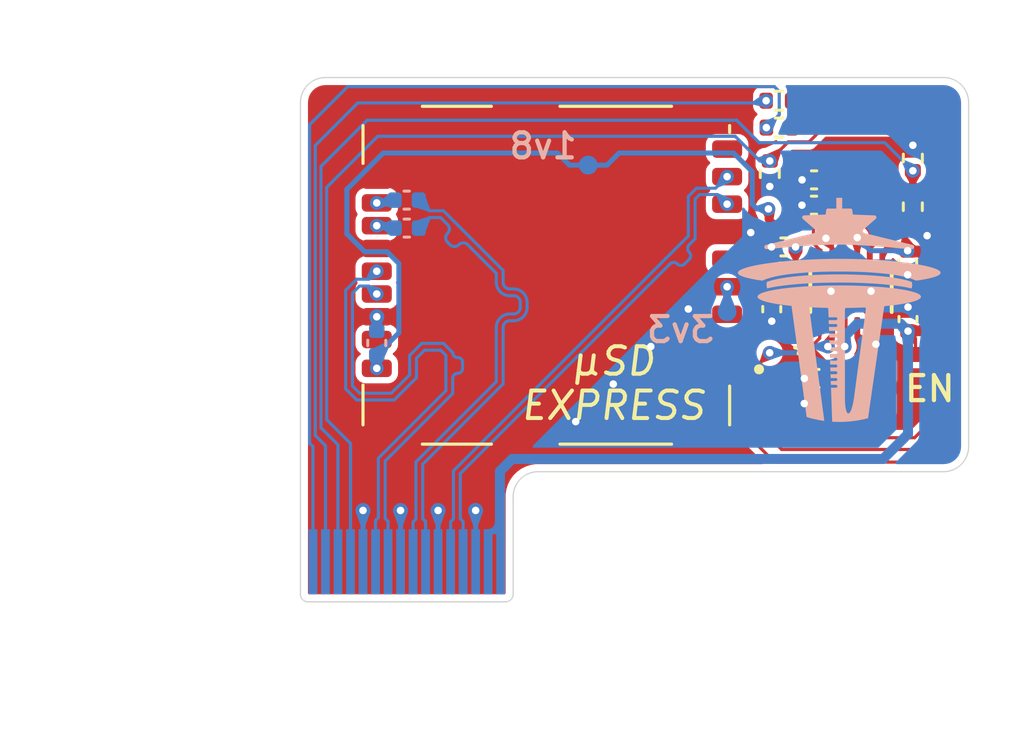
<source format=kicad_pcb>
(kicad_pcb (version 20241229) (generator "pcbnew") (generator_version "9.0")
  (layers (0 "F.Cu" signal) (2 "B.Cu" signal) (13 "F.Paste" user) (15 "B.Paste" user) (5 "F.SilkS" user "F.Silkscreen") (7 "B.SilkS" user "B.Silkscreen") (1 "F.Mask" user) (3 "B.Mask" user) (25 "Edge.Cuts" user))
  (net 0 "")
  (net 1 "+3V3")
  (net 2 "GND")
  (net 3 "+1V8")
  (net 4 "+5V")
  (net 6 "Net-(U1-SW1)")
  (net 7 "/PCIE_CLK_P")
  (net 8 "Net-(U1-SW2)")
  (net 9 "/PCIE_TX_N")
  (net 10 "/PCIE_CLK_N")
  (net 11 "/PCIE_RX_P")
  (net 12 "/ENABLE_1V8")
  (net 13 "/PCIE_CLKREQ_N_CARD")
  (net 14 "/PCIE_RST_B_CARD")
  (net 16 "/PCIE_TX_P")
  (net 17 "/PCIE_RX_N")
  (net 20 "/PCIE_DET_WAKE")
  (net 21 "/PCIE_RST_B")
  (net 22 "/PCIE_PWR_EN")
  (net 24 "/PCIE_CLKREQ_N")
  (net 25 "Net-(C4-Pad2)")
  (net 26 "Net-(C8-Pad2)")
  (footprint "Resistor_SMD:R_0402_1005Metric" (layer "F.Cu") (at 122.618755 62.676787)
    (property "Reference" "R6" (hide yes))
    (property "Value" "33")
  )
  (footprint "1Library:AMPHENOL_10102166A812A" (layer "F.Cu") (at 113.325 69.65 -90)
    (property "Reference" "J1" (hide yes))
    (property "Value" "10102166A812A")
  )
  (footprint "Resistor_SMD:R_0402_1005Metric" (layer "F.Cu") (at 127.97233 64.965846 90)
    (property "Reference" "R4" (hide yes))
    (property "Value" "6k8")
  )
  (footprint "1Library:F1C1-201612-2R2M" (layer "F.Cu") (at 126.238032 74.144966 180)
    (property "Reference" "L2" (hide yes))
    (property "Value" "2.2u")
  )
  (footprint "Resistor_SMD:R_0402_1005Metric" (layer "F.Cu") (at 122.80073 69.545349)
    (property "Reference" "R1" (hide yes))
    (property "Value" "33")
  )
  (footprint "1Library:MLF-12_YML_MCH-L" (layer "F.Cu") (at 125.5 70.28768 90)
    (property "Reference" "U1" (hide yes))
    (property "Value" "MIC2230-GSYML-TR" (hide yes))
  )
  (footprint "1Library:Jumper" (layer "F.Cu") (at 128.578041 72.817294 -90)
    (property "Reference" "JP1" (hide yes))
    (property "Value" "Jumper_2_Open")
  )
  (footprint "Capacitor_SMD:C_0402_1005Metric" (layer "F.Cu") (at 127.778443 71.402981 90)
    (property "Reference" "C7" (hide yes))
    (property "Value" "22u")
  )
  (footprint "1Library:F1C1-201612-2R2M" (layer "F.Cu") (at 126.17104 66.5)
    (property "Reference" "L1" (hide yes))
    (property "Value" "2.2u")
  )
  (footprint "Capacitor_SMD:C_0402_1005Metric" (layer "F.Cu") (at 122.333808 71.007046 -90)
    (property "Reference" "C11" (hide yes))
    (property "Value" "22u")
  )
  (footprint "Capacitor_SMD:C_0402_1005Metric" (layer "F.Cu") (at 127.763877 69.150167 -90)
    (property "Reference" "C3" (hide yes))
    (property "Value" "22u")
  )
  (footprint "Capacitor_SMD:C_0402_1005Metric" (layer "F.Cu") (at 124.117369 73.774427 180)
    (property "Reference" "C5" (hide yes))
    (property "Value" "22u")
  )
  (footprint "Capacitor_SMD:C_0402_1005Metric" (layer "F.Cu") (at 124.020396 66.851272 180)
    (property "Reference" "C6" (hide yes))
    (property "Value" "22u")
  )
  (footprint "Capacitor_SMD:C_0402_1005Metric" (layer "F.Cu") (at 124.113339 74.777966 180)
    (property "Reference" "C1" (hide yes))
    (property "Value" "22u")
  )
  (footprint "Capacitor_SMD:C_0402_1005Metric" (layer "F.Cu") (at 122.803996 68.5196)
    (property "Reference" "C9" (hide yes))
    (property "Value" "220n")
  )
  (footprint "Resistor_SMD:R_0402_1005Metric" (layer "F.Cu") (at 122.628556 63.75)
    (property "Reference" "R5" (hide yes))
    (property "Value" "33")
  )
  (footprint "Capacitor_SMD:C_0402_1005Metric" (layer "F.Cu") (at 124.024304 65.839034 180)
    (property "Reference" "C2" (hide yes))
    (property "Value" "22u")
  )
  (footprint "Resistor_SMD:R_0402_1005Metric" (layer "F.Cu") (at 127.970599 66.911702 90)
    (property "Reference" "R3" (hide yes))
    (property "Value" "3k6")
  )
  (footprint "Resistor_SMD:R_0402_1005Metric" (layer "F.Cu") (at 122.254803 65.593005 90)
    (property "Reference" "R2" (hide yes))
    (property "Value" "100k")
  )
  (footprint "1Library:PCIe_connector" (layer "B.Cu") (at 107.75 80.5)
    (property "Reference" "J2" (hide yes))
    (property "Value" "Conn_01x16")
    (fp_line (start -4.25 -2) (end -4.25 1.9) (stroke (width 0.05)) (layer "Edge.Cuts"))
    (fp_line (start -3.95 2.2) (end 3.95 2.2) (stroke (width 0.05)) (layer "Edge.Cuts"))
    (fp_line (start 4.25 1.9) (end 4.25 -2) (stroke (width 0.05)) (layer "Edge.Cuts"))
    (fp_arc (start -3.95 2.2) (mid -4.162132 2.112132) (end -4.25 1.9) (stroke (width 0.05)) (layer "Edge.Cuts"))
    (fp_arc (start 4.25 1.9) (mid 4.162132 2.112132) (end 3.95 2.2) (stroke (width 0.05)) (layer "Edge.Cuts"))
  )
  (footprint "Capacitor_SMD:C_0402_1005Metric" (layer "B.Cu") (at 107.745718 66.648878 180)
    (property "Reference" "C4" (hide yes))
    (property "Value" "220n")
  )
  (footprint "1Library:testpoint" (layer "B.Cu") (at 115 65.25 180)
    (property "Reference" "TP1" (hide yes))
    (property "Value" "TestPoint")
  )
  (footprint "Capacitor_SMD:C_0402_1005Metric" (layer "B.Cu") (at 107.75 67.766472 180)
    (property "Reference" "C8" (hide yes))
    (property "Value" "220n")
  )
  (footprint "1Library:testpoint" (layer "B.Cu") (at 120.55 71.11 180)
    (property "Reference" "TP2" (hide yes))
    (property "Value" "TestPoint")
  )
  (footprint "Capacitor_SMD:C_0402_1005Metric" (layer "B.Cu") (at 106.55 72.357274 90)
    (property "Reference" "C10" (hide yes))
    (property "Value" "22u")
  )
  (gr_poly (pts (xy 125.560809 68.999945) (xy 125.823796 69.006898) (xy 126.085316 69.016633) (xy 126.34537 69.029149) (xy 126.603955 69.044446) (xy 126.861072 69.062525) (xy 127.116719 69.083385) (xy 127.274299 69.098147) (xy 127.436239 69.115292) (xy 127.602538 69.134821) (xy 127.773198 69.156731) (xy 127.896537 69.173829) (xy 128.014005 69.191354) (xy 128.125602 69.209304) (xy 128.231328 69.22768) (xy 128.331184 69.246482) (xy 128.425169 69.26571) (xy 128.513286 69.285365) (xy 128.595532 69.305445) (xy 128.711122 69.336432) (xy 128.79122 69.361063) (xy 128.833205 69.375423) (xy 128.875094 69.391054) (xy 128.915847 69.407888) (xy 128.954424 69.425856) (xy 128.989785 69.444889) (xy 129.020891 69.464919) (xy 129.034523 69.475287) (xy 129.046701 69.485878) (xy 129.057296 69.496684) (xy 129.066176 69.507696) (xy 129.073213 69.518907) (xy 129.078275 69.530306) (xy 129.081234 69.541886) (xy 129.081959 69.553638) (xy 129.081524 69.559086) (xy 129.08064 69.564445) (xy 129.079327 69.569713) (xy 129.077608 69.574889) (xy 129.075502 69.579971) (xy 129.073031 69.584958) (xy 129.070216 69.589848) (xy 129.067078 69.59464) (xy 129.063639 69.599331) (xy 129.059918 69.60392) (xy 129.055938 69.608406) (xy 129.051719 69.612787) (xy 129.047282 69.617061) (xy 129.042648 69.621227) (xy 129.032876 69.629227) (xy 129.02257 69.636774) (xy 129.011899 69.643856) (xy 129.001031 69.650459) (xy 128.990135 69.656571) (xy 128.979379 69.662178) (xy 128.968932 69.667268) (xy 128.958962 69.671827) (xy 128.949638 69.675843) (xy 128.922604 69.68685) (xy 128.895987 69.697209) (xy 128.869785 69.706922) (xy 128.844 69.715988) (xy 128.81863 69.724407) (xy 128.793676 69.732178) (xy 128.769138 69.739303) (xy 128.745017 69.74578) (xy 128.672242 69.763837) (xy 128.597401 69.781018) (xy 128.520492 69.797323) (xy 128.441517 69.812752) (xy 128.360474 69.827306) (xy 128.277365 69.840983) (xy 128.192189 69.853785) (xy 128.104945 69.865712) (xy 128.104235 69.865792) (xy 128.103524 69.865848) (xy 128.102813 69.865878) (xy 128.102102 69.865885) (xy 128.101392 69.865866) (xy 128.100683 69.865824) (xy 128.099977 69.865757) (xy 128.099274 69.865665) (xy 128.098575 69.86555) (xy 128.09788 69.86541) (xy 128.09719 69.865246) (xy 128.096505 69.865059) (xy 128.095827 69.864847) (xy 128.095155 69.864612) (xy 128.094492 69.864353) (xy 128.093836 69.864071) (xy 128.044744 69.841976) (xy 127.993718 69.820887) (xy 127.940757 69.800804) (xy 127.885861 69.781727) (xy 127.829031 69.763657) (xy 127.770265 69.746592) (xy 127.709565 69.730533) (xy 127.646931 69.715481) (xy 127.562838 69.69693) (xy 127.477645 69.679463) (xy 127.391353 69.663082) (xy 127.303961 69.647785) (xy 127.21547 69.633573) (xy 127.125879 69.620445) (xy 127.035188 69.608403) (xy 126.943398 69.597445) (xy 126.771049 69.579159) (xy 126.595862 69.56287) (xy 126.417838 69.548578) (xy 126.236976 69.536281) (xy 126.053277 69.52598) (xy 125.86674 69.517676) (xy 125.677365 69.511368) (xy 125.485152 69.507056) (xy 125.254326 69.50412) (xy 125.030439 69.503142) (xy 124.806445 69.50412) (xy 124.575589 69.507056) (xy 124.383378 69.511398) (xy 124.194004 69.517732) (xy 124.007469 69.526058) (xy 123.82377 69.536377) (xy 123.642908 69.548687) (xy 123.464884 69.56299) (xy 123.289695 69.579285) (xy 123.117343 69.597572) (xy 123.025547 69.60853) (xy 122.934852 69.620572) (xy 122.845257 69.6337) (xy 122.756763 69.647912) (xy 122.669369 69.663209) (xy 122.583077 69.679591) (xy 122.497885 69.697057) (xy 122.413794 69.715608) (xy 122.351167 69.730691) (xy 122.290477 69.746775) (xy 122.231724 69.763862) (xy 122.174909 69.78195) (xy 122.120031 69.80104) (xy 122.06709 69.821132) (xy 122.016086 69.842226) (xy 121.967019 69.864322) (xy 121.966364 69.864604) (xy 121.9657 69.864863) (xy 121.965029 69.865099) (xy 121.964351 69.86531) (xy 121.963667 69.865498) (xy 121.962977 69.865662) (xy 121.962282 69.865802) (xy 121.961583 69.865918) (xy 121.96088 69.86601) (xy 121.960174 69.866077) (xy 121.959466 69.86612) (xy 121.958756 69.866139) (xy 121.958045 69.866133) (xy 121.957333 69.866102) (xy 121.956621 69.866046) (xy 121.955909 69.865966) (xy 121.868638 69.854039) (xy 121.783438 69.841237) (xy 121.700309 69.827559) (xy 121.619251 69.813006) (xy 121.540264 69.797576) (xy 121.463348 69.781271) (xy 121.388504 69.764091) (xy 121.315731 69.746035) (xy 121.291601 69.739556) (xy 121.267056 69.732431) (xy 121.242098 69.724658) (xy 121.216725 69.716239) (xy 121.190938 69.707173) (xy 121.164736 69.697461) (xy 121.138121 69.687101) (xy 121.111091 69.676094) (xy 121.091793 69.667519) (xy 121.081345 69.66243) (xy 121.070589 69.656823) (xy 121.059693 69.650711) (xy 121.048825 69.644108) (xy 121.038155 69.637027) (xy 121.02785 69.62948) (xy 121.018079 69.62148) (xy 121.009011 69.61304) (xy 121.000814 69.604174) (xy 120.997094 69.599585) (xy 120.993656 69.594894) (xy 120.990519 69.590102) (xy 120.987706 69.585212) (xy 120.985237 69.580226) (xy 120.983132 69.575143) (xy 120.981415 69.569967) (xy 120.980104 69.564699) (xy 120.979222 69.55934) (xy 120.978789 69.553893) (xy 120.979511 69.542141) (xy 120.982468 69.530561) (xy 120.987528 69.519161) (xy 120.994563 69.507951) (xy 121.003442 69.496938) (xy 121.014035 69.486132) (xy 121.026212 69.475541) (xy 121.039843 69.465173) (xy 121.054798 69.455038) (xy 121.070948 69.445143) (xy 121.106308 69.426109) (xy 121.144885 69.408141) (xy 121.185639 69.391307) (xy 121.227528 69.375676) (xy 121.269514 69.361316) (xy 121.349613 69.336685) (xy 121.417617 69.317963) (xy 121.465205 69.305699) (xy 121.547451 69.285616) (xy 121.635568 69.265955) (xy 121.729555 69.246717) (xy 121.829413 69.227901) (xy 121.935142 69.209507) (xy 122.046741 69.191535) (xy 122.16421 69.173986) (xy 122.287551 69.156858) (xy 122.458199 69.134946) (xy 122.624492 69.115418) (xy 122.78643 69.098272) (xy 122.944012 69.083509) (xy 123.199664 69.062648) (xy 123.456787 69.044564) (xy 123.715382 69.029257) (xy 123.97545 69.016727) (xy 124.236989 69.006975) (xy 124.5 69) (xy 124.764483 68.995802) (xy 125.030439 68.994383)) (stroke (width -0.000001)) (fill yes) (layer "B.SilkS"))
  (gr_poly (pts (xy 125.394965 70.059563) (xy 125.705947 70.066683) (xy 126.014401 70.078163) (xy 126.320326 70.094002) (xy 126.623723 70.114201) (xy 126.853425 70.13333) (xy 127.078599 70.156512) (xy 127.299247 70.183751) (xy 127.515366 70.215049) (xy 127.587722 70.226887) (xy 127.65821 70.239544) (xy 127.726831 70.253021) (xy 127.793586 70.267318) (xy 127.858473 70.282436) (xy 127.921493 70.298375) (xy 127.982646 70.315135) (xy 128.041932 70.332718) (xy 128.071165 70.342124) (xy 128.10213 70.353055) (xy 128.133929 70.365579) (xy 128.14986 70.372461) (xy 128.165662 70.379767) (xy 128.181224 70.387506) (xy 128.196432 70.395688) (xy 128.211174 70.40432) (xy 128.225338 70.413412) (xy 128.238812 70.422972) (xy 128.251483 70.433008) (xy 128.263238 70.443531) (xy 128.273967 70.454548) (xy 128.281516 70.463702) (xy 128.287547 70.472748) (xy 128.292131 70.481679) (xy 128.295339 70.490487) (xy 128.297243 70.499164) (xy 128.297914 70.507705) (xy 128.297423 70.516101) (xy 128.295842 70.524346) (xy 128.293242 70.532432) (xy 128.289695 70.540352) (xy 128.285271 70.548099) (xy 128.280042 70.555665) (xy 128.274079 70.563044) (xy 128.267455 70.570228) (xy 128.260239 70.57721) (xy 128.252504 70.583984) (xy 128.24432 70.59054) (xy 128.23576 70.596873) (xy 128.217794 70.60884) (xy 128.199177 70.619826) (xy 128.180479 70.629775) (xy 128.162271 70.638627) (xy 128.145124 70.646326) (xy 128.116296 70.658033) (xy 128.088081 70.668501) (xy 128.059749 70.678491) (xy 128.0313 70.688007) (xy 128.002734 70.697047) (xy 127.97405 70.705613) (xy 127.945248 70.713706) (xy 127.916328 70.721327) (xy 127.887289 70.728476) (xy 127.761099 70.756807) (xy 127.634186 70.781966) (xy 127.506678 70.804251) (xy 127.378703 70.823955) (xy 127.25039 70.841374) (xy 127.121866 70.856804) (xy 126.99326 70.870541) (xy 126.8647 70.882879) (xy 126.862536 70.883113) (xy 126.860428 70.883422) (xy 126.858377 70.883806) (xy 126.856382 70.884265) (xy 126.854445 70.884799) (xy 126.852563 70.885408) (xy 126.850739 70.886093) (xy 126.848971 70.886852) (xy 126.84726 70.887685) (xy 126.845605 70.888594) (xy 126.844008 70.889578) (xy 126.842467 70.890637) (xy 126.840982 70.891771) (xy 126.839555 70.89298) (xy 126.838184 70.894264) (xy 126.83687 70.895622) (xy 126.835612 70.897056) (xy 126.834412 70.898565) (xy 126.833268 70.900149) (xy 126.83218 70.901807) (xy 126.83115 70.903541) (xy 126.830176 70.905349) (xy 126.829259 70.907233) (xy 126.828399 70.909192) (xy 126.827596 70.911225) (xy 126.826849 70.913334) (xy 126.82616 70.915517) (xy 126.825527 70.917776) (xy 126.824431 70.922517) (xy 126.823563 70.927559) (xy 126.181496 75.364518) (xy 126.005594 75.407178) (xy 125.828333 75.44266) (xy 125.64993 75.470943) (xy 125.470607 75.492006) (xy 125.290582 75.505827) (xy 125.110076 75.512383) (xy 124.929308 75.511653) (xy 124.748497 75.503615) (xy 124.71468 74.525225) (xy 125.257383 74.525225) (xy 125.25763 74.581419) (xy 125.25868 74.636107) (xy 125.260534 74.68929) (xy 125.263192 74.740969) (xy 125.266654 74.791143) (xy 125.270922 74.839813) (xy 125.275994 74.88698) (xy 125.281873 74.932644) (xy 125.286009 74.958402) (xy 125.293719 74.997344) (xy 125.298973 75.019815) (xy 125.305191 75.043248) (xy 125.312396 75.066865) (xy 125.320611 75.089889) (xy 125.329861 75.111541) (xy 125.340169 75.131043) (xy 125.345727 75.139745) (xy 125.351558 75.147618) (xy 125.357666 75.154564) (xy 125.364052 75.160487) (xy 125.370721 75.165288) (xy 125.377674 75.168872) (xy 125.384916 75.17114) (xy 125.392448 75.171996) (xy 125.400274 75.171342) (xy 125.408397 75.16908) (xy 125.416819 75.165114) (xy 125.425544 75.159347) (xy 125.429273 75.156429) (xy 125.432951 75.153325) (xy 125.43658 75.150035) (xy 125.440158 75.146558) (xy 125.443687 75.142896) (xy 125.447165 75.139047) (xy 125.450594 75.135012) (xy 125.453973 75.13079) (xy 125.457301 75.126383) (xy 125.46058 75.121789) (xy 125.463808 75.117009) (xy 125.466987 75.112042) (xy 125.470116 75.10689) (xy 125.473195 75.101551) (xy 125.476223 75.096026) (xy 125.479202 75.090315) (xy 125.488315 75.071817) (xy 125.497028 75.052824) (xy 125.505342 75.033337) (xy 125.513258 75.013354) (xy 125.520775 74.992874) (xy 125.527895 74.971897) (xy 125.534617 74.950422) (xy 125.540942 74.928448) (xy 125.553786 74.880485) (xy 125.565823 74.832354) (xy 125.577053 74.784054) (xy 125.587476 74.735586) (xy 125.597091 74.686948) (xy 125.605897 74.638141) (xy 125.613895 74.589163) (xy 125.621085 74.540015) (xy 125.624765 74.512981) (xy 126.093511 70.99322) (xy 126.093963 70.988871) (xy 126.094156 70.984696) (xy 126.094092 70.980697) (xy 126.093769 70.976872) (xy 126.093189 70.973222) (xy 126.09235 70.969747) (xy 126.091254 70.966447) (xy 126.0899 70.963322) (xy 126.088287 70.960372) (xy 126.086417 70.957597) (xy 126.084289 70.954997) (xy 126.081903 70.952571) (xy 126.079258 70.950321) (xy 126.076356 70.948245) (xy 126.073196 70.946345) (xy 126.069778 70.944619) (xy 126.06792 70.943813) (xy 126.065917 70.94307) (xy 126.063769 70.942391) (xy 126.061477 70.941775) (xy 126.059041 70.941222) (xy 126.05646 70.940734) (xy 126.053735 70.940308) (xy 126.050865 70.939946) (xy 126.04785 70.939647) (xy 126.04469 70.939411) (xy 126.041386 70.939239) (xy 126.037937 70.93913) (xy 126.034343 70.939083) (xy 126.030603 70.9391) (xy 126.026719 70.93918) (xy 126.02269 70.939322) (xy 125.857861 70.94583) (xy 125.686815 70.951215) (xy 125.509552 70.955478) (xy 125.326072 70.958619) (xy 125.318257 70.958851) (xy 125.310868 70.959332) (xy 125.303914 70.960102) (xy 125.297406 70.961204) (xy 125.291356 70.962679) (xy 125.288506 70.963569) (xy 125.285774 70.964568) (xy 125.283162 70.965682) (xy 125.280672 70.966914) (xy 125.278304 70.968272) (xy 125.27606 70.969758) (xy 125.273941 70.97138) (xy 125.27195 70.973142) (xy 125.270086 70.975049) (xy 125.268352 70.977107) (xy 125.266748 70.979321) (xy 125.265277 70.981695) (xy 125.26394 70.984236) (xy 125.262737 70.986948) (xy 125.261671 70.989837) (xy 125.260742 70.992908) (xy 125.259953 70.996165) (xy 125.259304 70.999615) (xy 125.258797 71.003262) (xy 125.258433 71.007112) (xy 125.258213 71.01117) (xy 125.25814 71.01544) (xy 125.257383 74.525225) (xy 124.71468 74.525225) (xy 124.701787 74.152202) (xy 124.701783 74.152035) (xy 124.701784 74.151867) (xy 124.701789 74.1517) (xy 124.701799 74.151533) (xy 124.701813 74.151365) (xy 124.701832 74.151199) (xy 124.701855 74.151032) (xy 124.701882 74.150866) (xy 124.701913 74.1507) (xy 124.701948 74.150535) (xy 124.701986 74.15037) (xy 124.702029 74.150205) (xy 124.702125 74.149878) (xy 124.702234 74.149554) (xy 124.7023 74.1494) (xy 124.70237 74.149247) (xy 124.702443 74.149094) (xy 124.702519 74.148943) (xy 124.702598 74.148794) (xy 124.702681 74.148646) (xy 124.702768 74.148499) (xy 124.702858 74.148355) (xy 124.702952 74.148212) (xy 124.703049 74.148072) (xy 124.70315 74.147934) (xy 124.703255 74.147798) (xy 124.703364 74.147665) (xy 124.703476 74.147535) (xy 124.703593 74.147408) (xy 124.703713 74.147284) (xy 124.703831 74.147169) (xy 124.703952 74.147056) (xy 124.704076 74.146947) (xy 124.704203 74.146839) (xy 124.704333 74.146735) (xy 124.704466 74.146633) (xy 124.704602 74.146534) (xy 124.704741 74.146437) (xy 124.704883 74.146343) (xy 124.705027 74.146253) (xy 124.705174 74.146165) (xy 124.705324 74.14608) (xy 124.705476 74.145998) (xy 124.705631 74.145919) (xy 124.705789 74.145843) (xy 124.705949 74.14577) (xy 124.706105 74.145708) (xy 124.706263 74.145649) (xy 124.706423 74.145595) (xy 124.706585 74.145545) (xy 124.706749 74.145498) (xy 124.706914 74.145456) (xy 124.70708 74.145418) (xy 124.707247 74.145383) (xy 124.707416 74.145353) (xy 124.707584 74.145327) (xy 124.707753 74.145305) (xy 124.707922 74.145287) (xy 124.708092 74.145273) (xy 124.708261 74.145263) (xy 124.708429 74.145257) (xy 124.708597 74.145255) (xy 124.890517 74.144876) (xy 124.896782 74.144663) (xy 124.902731 74.144064) (xy 124.908362 74.143077) (xy 124.911059 74.142438) (xy 124.913677 74.141703) (xy 124.916216 74.14087) (xy 124.918675 74.139941) (xy 124.921056 74.138916) (xy 124.923357 74.137793) (xy 124.925579 74.136574) (xy 124.927722 74.135258) (xy 124.929786 74.133844) (xy 124.931771 74.132335) (xy 124.933676 74.130728) (xy 124.935503 74.129024) (xy 124.93725 74.127224) (xy 124.938919 74.125327) (xy 124.940508 74.123333) (xy 124.942019 74.121242) (xy 124.94345 74.119054) (xy 124.944802 74.116769) (xy 124.946075 74.114387) (xy 124.947269 74.111909) (xy 124.94942 74.106661) (xy 124.951255 74.101026) (xy 124.952774 74.095003) (xy 124.953263 74.092584) (xy 124.953449 74.091592) (xy 124.953595 74.090746) (xy 124.9537 74.090045) (xy 124.953765 74.089488) (xy 124.953789 74.089077) (xy 124.953785 74.088926) (xy 124.953771 74.088811) (xy 124.952826 74.081813) (xy 124.951538 74.075263) (xy 124.949907 74.069163) (xy 124.948963 74.066281) (xy 124.947934 74.063512) (xy 124.946818 74.060854) (xy 124.945617 74.05831) (xy 124.94433 74.055877) (xy 124.942957 74.053557) (xy 124.941498 74.051349) (xy 124.939954 74.049254) (xy 124.938324 74.04727) (xy 124.936608 74.0454) (xy 124.934806 74.043641) (xy 124.932918 74.041995) (xy 124.930944 74.040461) (xy 124.928885 74.03904) (xy 124.926739 74.037731) (xy 124.924508 74.036534) (xy 124.92219 74.03545) (xy 124.919787 74.034478) (xy 124.917298 74.033619) (xy 124.914723 74.032872) (xy 124.912061 74.032237) (xy 124.909314 74.031715) (xy 124.906481 74.031305) (xy 124.903562 74.031008) (xy 124.900557 74.030823) (xy 124.897465 74.030751) (xy 124.705089 74.029616) (xy 124.704703 74.029608) (xy 124.704319 74.029584) (xy 124.703939 74.029545) (xy 124.703561 74.02949) (xy 124.703188 74.02942) (xy 124.70282 74.029335) (xy 124.702457 74.029236) (xy 124.702101 74.029122) (xy 124.701751 74.028994) (xy 124.701409 74.028852) (xy 124.701076 74.028696) (xy 124.70075 74.028528) (xy 124.700435 74.028346) (xy 124.700129 74.028151) (xy 124.699835 74.027944) (xy 124.699552 74.027724) (xy 124.699281 74.027487) (xy 124.699025 74.027239) (xy 124.698783 74.026983) (xy 124.698556 74.026718) (xy 124.698344 74.026444) (xy 124.698147 74.026163) (xy 124.697966 74.025874) (xy 124.697802 74.025579) (xy 124.697653 74.025278) (xy 124.697522 74.024971) (xy 124.697408 74.024659) (xy 124.697312 74.024343) (xy 124.697234 74.024023) (xy 124.697173 74.0237) (xy 124.697132 74.023374) (xy 124.697109 74.023046) (xy 124.692088 73.883296) (xy 124.692079 73.882883) (xy 124.692084 73.882483) (xy 124.692104 73.882097) (xy 124.692138 73.881724) (xy 124.692186 73.881364) (xy 124.692249 73.881016) (xy 124.692325 73.880682) (xy 124.692417 73.880361) (xy 124.692522 73.880054) (xy 124.692642 73.879759) (xy 124.692776 73.879477) (xy 124.692924 73.879209) (xy 124.693087 73.878953) (xy 124.693264 73.878711) (xy 124.693456 73.878482) (xy 124.693661 73.878265) (xy 124.693881 73.878062) (xy 124.694115 73.877872) (xy 124.694364 73.877696) (xy 124.694627 73.877532) (xy 124.694904 73.877381) (xy 124.695196 73.877244) (xy 124.695501 73.877119) (xy 124.695822 73.877008) (xy 124.696156 73.87691) (xy 124.696505 73.876824) (xy 124.696868 73.876752) (xy 124.697245 73.876693) (xy 124.697637 73.876647) (xy 124.698043 73.876615) (xy 124.698463 73.876595) (xy 124.698898 73.876589) (xy 124.822452 73.875222) (xy 124.857892 73.875099) (xy 124.875761 73.87535) (xy 124.882117 73.875543) (xy 124.888207 73.875466) (xy 124.894032 73.875118) (xy 124.899592 73.874499) (xy 124.904888 73.873609) (xy 124.909918 73.872448) (xy 124.914684 73.871016) (xy 124.919186 73.869314) (xy 124.923423 73.867341) (xy 124.927396 73.865096) (xy 124.931105 73.862581) (xy 124.934549 73.859795) (xy 124.93773 73.856738) (xy 124.940646 73.853411) (xy 124.943299 73.849812) (xy 124.945688 73.845943) (xy 124.94771 73.842053) (xy 124.949419 73.838153) (xy 124.950824 73.834251) (xy 124.951932 73.830358) (xy 124.95275 73.826481) (xy 124.953284 73.822629) (xy 124.953543 73.818811) (xy 124.953534 73.815036) (xy 124.953263 73.811312) (xy 124.952739 73.807648) (xy 124.951967 73.804053) (xy 124.950956 73.800536) (xy 124.949713 73.797105) (xy 124.948244 73.793769) (xy 124.946558 73.790537) (xy 124.94466 73.787418) (xy 124.94256 73.78442) (xy 124.940263 73.781552) (xy 124.937777 73.778823) (xy 124.93511 73.776241) (xy 124.932267 73.773816) (xy 124.929258 73.771556) (xy 124.926088 73.769469) (xy 124.922766 73.767565) (xy 124.919298 73.765852) (xy 124.915691 73.76434) (xy 124.911953 73.763036) (xy 124.908092 73.761949) (xy 124.904113 73.761089) (xy 124.900025 73.760463) (xy 124.895834 73.760082) (xy 124.891549 73.759953) (xy 124.695114 73.759815) (xy 124.694715 73.759812) (xy 124.694319 73.759788) (xy 124.693925 73.759745) (xy 124.693535 73.759683) (xy 124.69315 73.759602) (xy 124.69277 73.759502) (xy 124.692395 73.759384) (xy 124.692027 73.759248) (xy 124.691667 73.759094) (xy 124.691314 73.758922) (xy 124.69097 73.758734) (xy 124.690636 73.758529) (xy 124.690311 73.758307) (xy 124.689997 73.758068) (xy 124.689695 73.757814) (xy 124.689405 73.757545) (xy 124.689122 73.757267) (xy 124.688855 73.756978) (xy 124.688604 73.756677) (xy 124.688369 73.756365) (xy 124.68815 73.756043) (xy 124.687948 73.755711) (xy 124.687763 73.75537) (xy 124.687595 73.755021) (xy 124.687444 73.754664) (xy 124.68731 73.7543) (xy 124.687195 73.75393) (xy 124.687097 73.753554) (xy 124.687018 73.753173) (xy 124.686958 73.752788) (xy 124.686916 73.752399) (xy 124.686894 73.752007) (xy 124.68311 73.61212) (xy 124.683101 73.611701) (xy 124.683107 73.611295) (xy 124.683127 73.610902) (xy 124.683162 73.610522) (xy 124.683211 73.610155) (xy 124.683275 73.609801) (xy 124.683353 73.609461) (xy 124.683446 73.609133) (xy 124.683554 73.608818) (xy 124.683676 73.608517) (xy 124.683812 73.608228) (xy 124.683963 73.607953) (xy 124.684129 73.607691) (xy 124.684309 73.607441) (xy 124.684504 73.607205) (xy 124.684714 73.606981) (xy 124.684938 73.606771) (xy 124.685177 73.606574) (xy 124.68543 73.606389) (xy 124.685698 73.606218) (xy 124.685981 73.60606) (xy 124.686278 73.605914) (xy 124.68659 73.605782) (xy 124.686917 73.605662) (xy 124.687258 73.605556) (xy 124.687614 73.605462) (xy 124.687985 73.605381) (xy 124.68837 73.605313) (xy 124.68877 73.605259) (xy 124.689185 73.605217) (xy 124.690058 73.605171) (xy 124.898222 73.604311) (xy 124.90109 73.604243) (xy 124.903885 73.604071) (xy 124.906606 73.603795) (xy 124.909253 73.603415) (xy 124.911827 73.602931) (xy 124.914327 73.602342) (xy 124.916753 73.60165) (xy 124.919106 73.600854) (xy 124.921385 73.599954) (xy 124.923591 73.598949) (xy 124.925723 73.597841) (xy 124.927781 73.596628) (xy 124.929766 73.595312) (xy 124.931677 73.593891) (xy 124.933515 73.592367) (xy 124.935279 73.590738) (xy 124.93697 73.589005) (xy 124.938587 73.587168) (xy 124.940131 73.585227) (xy 124.941602 73.583182) (xy 124.942999 73.581032) (xy 124.944323 73.578779) (xy 124.945573 73.576421) (xy 124.94675 73.57396) (xy 124.947854 73.571394) (xy 124.948885 73.568724) (xy 124.949842 73.56595) (xy 124.950726 73.563072) (xy 124.952275 73.557002) (xy 124.95353 73.550517) (xy 124.953538 73.550397) (xy 124.953537 73.550231) (xy 124.953525 73.55002) (xy 124.953504 73.549762) (xy 124.953434 73.549109) (xy 124.953324 73.548272) (xy 124.953176 73.547251) (xy 124.952989 73.546047) (xy 124.952763 73.544659) (xy 124.952499 73.543087) (xy 124.951918 73.539807) (xy 124.951248 73.536632) (xy 124.950488 73.53356) (xy 124.949638 73.530591) (xy 124.948699 73.527726) (xy 124.947669 73.524965) (xy 124.94655 73.522307) (xy 124.945341 73.519753) (xy 124.944041 73.517303) (xy 124.942652 73.514956) (xy 124.941174 73.512713) (xy 124.939605 73.510573) (xy 124.937947 73.508537) (xy 124.936199 73.506604) (xy 124.934361 73.504775) (xy 124.932433 73.50305) (xy 124.930415 73.501428) (xy 124.928308 73.49991) (xy 124.926111 73.498495) (xy 124.923824 73.497184) (xy 124.921447 73.495977) (xy 124.918981 73.494873) (xy 124.916425 73.493873) (xy 124.913779 73.492976) (xy 124.911043 73.492183) (xy 124.908218 73.491494) (xy 124.905303 73.490908) (xy 124.902298 73.490426) (xy 124.899204 73.490047) (xy 124.896019 73.489772) (xy 124.889382 73.489532) (xy 124.685759 73.489051) (xy 124.684945 73.489025) (xy 124.684557 73.488994) (xy 124.684182 73.488949) (xy 124.683819 73.488892) (xy 124.683468 73.488822) (xy 124.68313 73.48874) (xy 124.682804 73.488645) (xy 124.682491 73.488537) (xy 124.68219 73.488417) (xy 124.681902 73.488284) (xy 124.681626 73.488138) (xy 124.681363 73.48798) (xy 124.681112 73.487809) (xy 124.680873 73.487626) (xy 124.680647 73.48743) (xy 124.680433 73.487221) (xy 124.680231 73.487) (xy 124.680042 73.486766) (xy 124.679865 73.48652) (xy 124.679701 73.486261) (xy 124.679549 73.485989) (xy 124.679409 73.485705) (xy 124.679282 73.485409) (xy 124.679167 73.4851) (xy 124.679065 73.484778) (xy 124.678974 73.484444) (xy 124.678896 73.484097) (xy 124.678831 73.483738) (xy 124.678777 73.483366) (xy 124.678708 73.482585) (xy 124.672517 73.340565) (xy 124.672512 73.340429) (xy 124.67251 73.340294) (xy 124.672512 73.340158) (xy 124.672517 73.340023) (xy 124.672525 73.339888) (xy 124.672536 73.339754) (xy 124.67255 73.339619) (xy 124.672568 73.339485) (xy 124.672589 73.339352) (xy 124.672613 73.339218) (xy 124.672641 73.339086) (xy 124.672671 73.338954) (xy 124.672705 73.338822) (xy 124.672742 73.338691) (xy 124.672783 73.338561) (xy 124.672826 73.338432) (xy 124.672934 73.338176) (xy 124.672992 73.338049) (xy 124.673052 73.337924) (xy 124.673114 73.3378) (xy 124.673179 73.337678) (xy 124.673246 73.337557) (xy 124.673316 73.337439) (xy 124.673388 73.337322) (xy 124.673463 73.337207) (xy 124.67354 73.337095) (xy 124.673619 73.336985) (xy 124.673701 73.336878) (xy 124.673785 73.336774) (xy 124.673872 73.336673) (xy 124.673961 73.336574) (xy 124.674058 73.336479) (xy 124.674157 73.336384) (xy 124.674258 73.336292) (xy 124.674361 73.336202) (xy 124.674465 73.336114) (xy 124.67457 73.336028) (xy 124.674678 73.335945) (xy 124.674786 73.335865) (xy 124.674897 73.335787) (xy 124.675009 73.335713) (xy 124.675123 73.335641) (xy 124.675238 73.335573) (xy 124.675355 73.335508) (xy 124.675473 73.335447) (xy 124.675593 73.335389) (xy 124.675715 73.335336) (xy 124.675838 73.33528) (xy 124.675963 73.335228) (xy 124.67609 73.33518) (xy 124.676217 73.335135) (xy 124.676346 73.335095) (xy 124.676476 73.335058) (xy 124.676607 73.335026) (xy 124.676738 73.334996) (xy 124.676871 73.334971) (xy 124.677004 73.334949) (xy 124.677138 73.33493) (xy 124.677272 73.334915) (xy 124.677407 73.334904) (xy 124.677542 73.334896) (xy 124.677678 73.334891) (xy 124.677813 73.334889) (xy 124.897844 73.334407) (xy 124.900576 73.334347) (xy 124.903245 73.334186) (xy 124.90585 73.333923) (xy 124.908393 73.333559) (xy 124.910873 73.333094) (xy 124.913289 73.332528) (xy 124.915643 73.331861) (xy 124.917933 73.331092) (xy 124.920161 73.330222) (xy 124.922325 73.329251) (xy 124.924427 73.328179) (xy 124.926465 73.327005) (xy 124.928441 73.32573) (xy 124.930353 73.324354) (xy 124.932203 73.322877) (xy 124.933989 73.321298) (xy 124.935713 73.319619) (xy 124.937373 73.317837) (xy 124.938971 73.315955) (xy 124.940505 73.313971) (xy 124.941977 73.311886) (xy 124.943386 73.3097) (xy 124.944731 73.307412) (xy 124.946014 73.305023) (xy 124.947234 73.302533) (xy 124.948391 73.299941) (xy 124.950516 73.294454) (xy 124.95239 73.288561) (xy 124.954012 73.282263) (xy 124.954105 73.281925) (xy 124.954145 73.281763) (xy 124.95418 73.281605) (xy 124.954211 73.281453) (xy 124.954238 73.281305) (xy 124.95426 73.281163) (xy 124.954278 73.281025) (xy 124.954292 73.280892) (xy 124.954303 73.280764) (xy 124.954309 73.28064) (xy 124.954312 73.280522) (xy 124.954311 73.280408) (xy 124.954306 73.280299) (xy 124.954298 73.280195) (xy 124.954287 73.280096) (xy 124.953014 73.272942) (xy 124.951439 73.266248) (xy 124.949563 73.260015) (xy 124.947386 73.254242) (xy 124.944906 73.248929) (xy 124.943553 73.246446) (xy 124.942125 73.244078) (xy 124.940621 73.241824) (xy 124.939042 73.239686) (xy 124.937387 73.237663) (xy 124.935657 73.235756) (xy 124.933852 73.233963) (xy 124.93197 73.232286) (xy 124.930014 73.230724) (xy 124.927982 73.229277) (xy 124.925874 73.227945) (xy 124.923691 73.226729) (xy 124.921432 73.225627) (xy 124.919098 73.224641) (xy 124.916689 73.22377) (xy 124.914203 73.223015) (xy 124.911643 73.222374) (xy 124.909006 73.221849) (xy 124.906295 73.221439) (xy 124.903507 73.221145) (xy 124.900644 73.220965) (xy 124.897706 73.220901) (xy 124.673376 73.220385) (xy 124.673164 73.220381) (xy 124.672953 73.220368) (xy 124.672743 73.220345) (xy 124.672535 73.220314) (xy 124.672329 73.220274) (xy 124.672126 73.220226) (xy 124.671926 73.220168) (xy 124.671729 73.220101) (xy 124.671536 73.220026) (xy 124.671347 73.219942) (xy 124.671162 73.219849) (xy 124.670982 73.219747) (xy 124.670807 73.219636) (xy 124.670637 73.219516) (xy 124.670473 73.219387) (xy 124.670315 73.21925) (xy 124.670164 73.219111) (xy 124.670022 73.218967) (xy 124.669888 73.218816) (xy 124.669762 73.21866) (xy 124.669645 73.218499) (xy 124.669537 73.218332) (xy 124.669438 73.218161) (xy 124.669348 73.217986) (xy 124.669267 73.217807) (xy 124.669195 73.217624) (xy 124.669134 73.217437) (xy 124.669082 73.217248) (xy 124.669039 73.217055) (xy 124.669007 73.21686) (xy 124.668985 73.216663) (xy 124.668973 73.216464) (xy 124.664158 73.070419) (xy 124.664157 73.070061) (xy 124.664168 73.069713) (xy 124.664191 73.069378) (xy 124.664226 73.069053) (xy 124.664272 73.068741) (xy 124.66433 73.068439) (xy 124.6644 73.06815) (xy 124.664481 73.067871) (xy 124.664574 73.067604) (xy 124.664679 73.067349) (xy 124.664796 73.067105) (xy 124.664924 73.066872) (xy 124.665064 73.066651) (xy 124.665216 73.066441) (xy 124.66538 73.066242) (xy 124.665555 73.066055) (xy 124.665743 73.06588) (xy 124.665942 73.065715) (xy 124.666153 73.065562) (xy 124.666375 73.065421) (xy 124.66661 73.065291) (xy 124.666856 73.065172) (xy 124.667114 73.065064) (xy 124.667384 73.064968) (xy 124.667666 73.064883) (xy 124.66796 73.06481) (xy 124.668265 73.064748) (xy 124.668583 73.064697) (xy 124.668912 73.064657) (xy 124.669253 73.064629) (xy 124.669606 73.064612) (xy 124.669971 73.064607) (xy 124.897706 73.064365) (xy 124.900385 73.064315) (xy 124.903005 73.064164) (xy 124.905566 73.063911) (xy 124.908068 73.063558) (xy 124.910511 73.063104) (xy 124.912895 73.062548) (xy 124.91522 73.061892) (xy 124.917486 73.061135) (xy 124.919692 73.060278) (xy 124.92184 73.059319) (xy 124.923929 73.05826) (xy 124.925958 73.057099) (xy 124.927929 73.055838) (xy 124.92984 73.054476) (xy 124.931693 73.053013) (xy 124.933486 73.05145) (xy 124.93522 73.049786) (xy 124.936896 73.048021) (xy 124.938512 73.046155) (xy 124.940069 73.044188) (xy 124.941567 73.042121) (xy 124.943006 73.039953) (xy 124.944386 73.037684) (xy 124.945707 73.035315) (xy 124.946969 73.032845) (xy 124.948172 73.030274) (xy 124.950401 73.024831) (xy 124.952393 73.018986) (xy 124.954149 73.012738) (xy 124.954193 73.012595) (xy 124.954232 73.012451) (xy 124.954266 73.012305) (xy 124.954297 73.012158) (xy 124.954323 73.01201) (xy 124.954344 73.011861) (xy 124.954361 73.011711) (xy 124.954373 73.01156) (xy 124.95438 73.011408) (xy 124.954382 73.011255) (xy 124.95438 73.011102) (xy 124.954372 73.010948) (xy 124.954359 73.010794) (xy 124.95434 73.010639) (xy 124.954316 73.010485) (xy 124.954287 73.01033) (xy 124.953219 73.003237) (xy 124.951822 72.9966) (xy 124.950094 72.990417) (xy 124.948037 72.984689) (xy 124.946885 72.981996) (xy 124.94565 72.979417) (xy 124.944333 72.976952) (xy 124.942933 72.9746) (xy 124.941451 72.972363) (xy 124.939886 72.970239) (xy 124.938239 72.968229) (xy 124.936509 72.966333) (xy 124.934696 72.964551) (xy 124.932801 72.962884) (xy 124.930824 72.96133) (xy 124.928764 72.95989) (xy 124.926621 72.958564) (xy 124.924396 72.957352) (xy 124.922089 72.956255) (xy 124.919698 72.955271) (xy 124.917225 72.954402) (xy 124.91467 72.953647) (xy 124.912032 72.953006) (xy 124.909311 72.952479) (xy 124.906508 72.952066) (xy 124.903622 72.951768) (xy 124.900654 72.951583) (xy 124.897603 72.951513) (xy 124.664055 72.950756) (xy 124.663823 72.950751) (xy 124.663594 72.950735) (xy 124.663367 72.950709) (xy 124.663143 72.950674) (xy 124.662921 72.950628) (xy 124.662704 72.950573) (xy 124.662489 72.950508) (xy 124.662279 72.950433) (xy 124.662073 72.95035) (xy 124.661873 72.950257) (xy 124.661677 72.950155) (xy 124.661486 72.950045) (xy 124.661302 72.949926) (xy 124.661124 72.949798) (xy 124.660952 72.949662) (xy 124.660787 72.949518) (xy 124.66063 72.949372) (xy 124.660481 72.94922) (xy 124.660341 72.949061) (xy 124.660209 72.948896) (xy 124.660086 72.948725) (xy 124.659972 72.948549) (xy 124.659868 72.948367) (xy 124.659773 72.948181) (xy 124.659687 72.94799) (xy 124.659612 72.947795) (xy 124.659546 72.947596) (xy 124.659491 72.947395) (xy 124.659446 72.94719) (xy 124.659412 72.946982) (xy 124.659389 72.946772) (xy 124.659377 72.94656) (xy 124.654974 72.801891) (xy 124.654971 72.801542) (xy 124.65498 72.801204) (xy 124.655001 72.800877) (xy 124.655034 72.800561) (xy 124.65508 72.800256) (xy 124.655137 72.799962) (xy 124.655207 72.79968) (xy 124.655289 72.799408) (xy 124.655384 72.799148) (xy 124.65549 72.798898) (xy 124.655609 72.79866) (xy 124.65574 72.798433) (xy 124.655883 72.798217) (xy 124.656038 72.798011) (xy 124.656205 72.797817) (xy 124.656385 72.797635) (xy 124.656576 72.797463) (xy 124.65678 72.797302) (xy 124.656995 72.797152) (xy 124.657223 72.797014) (xy 124.657463 72.796886) (xy 124.657714 72.79677) (xy 124.657978 72.796665) (xy 124.658254 72.796571) (xy 124.658542 72.796487) (xy 124.658841 72.796415) (xy 124.659153 72.796354) (xy 124.659477 72.796305) (xy 124.659812 72.796266) (xy 124.66016 72.796238) (xy 124.660519 72.796221) (xy 124.66089 72.796216) (xy 124.894301 72.795597) (xy 124.897211 72.795536) (xy 124.900054 72.795372) (xy 124.902831 72.795107) (xy 124.90554 72.794739) (xy 124.908182 72.794268) (xy 124.910757 72.793695) (xy 124.913265 72.79302) (xy 124.915706 72.792242) (xy 124.918079 72.791362) (xy 124.920386 72.79038) (xy 124.922625 72.789295) (xy 124.924797 72.788107) (xy 124.926903 72.786817) (xy 124.928941 72.785425) (xy 124.930912 72.78393) (xy 124.932815 72.782333) (xy 124.934652 72.780633) (xy 124.936422 72.778831) (xy 124.938124 72.776926) (xy 124.93976 72.774919) (xy 124.941328 72.772809) (xy 124.942829 72.770596) (xy 124.944263 72.768282) (xy 124.94563 72.765864) (xy 124.94693 72.763344) (xy 124.948163 72.760722) (xy 124.950427 72.755169) (xy 124.952422 72.749207) (xy 124.954149 72.742834) (xy 124.954207 72.742493) (xy 124.954253 72.742169) (xy 124.954287 72.741859) (xy 124.954308 72.741565) (xy 124.954319 72.741285) (xy 124.954319 72.741019) (xy 124.954308 72.740767) (xy 124.954287 72.740529) (xy 124.953164 72.733343) (xy 124.951717 72.726619) (xy 124.949946 72.720357) (xy 124.947851 72.714557) (xy 124.946682 72.71183) (xy 124.945432 72.709219) (xy 124.944101 72.706723) (xy 124.94269 72.704342) (xy 124.941197 72.702077) (xy 124.939623 72.699927) (xy 124.937969 72.697892) (xy 124.936233 72.695973) (xy 124.934417 72.69417) (xy 124.93252 72.692481) (xy 124.930541 72.690908) (xy 124.928482 72.689451) (xy 124.926342 72.688109) (xy 124.924121 72.686882) (xy 124.92182 72.68577) (xy 124.919437 72.684774) (xy 124.916973 72.683893) (xy 124.914429 72.683127) (xy 124.911804 72.682477) (xy 124.909098 72.681942) (xy 124.906311 72.681523) (xy 124.903443 72.681218) (xy 124.897465 72.680956) (xy 124.65838 72.680061) (xy 124.657398 72.680032) (xy 124.656477 72.679945) (xy 124.65604 72.67988) (xy 124.655618 72.6798) (xy 124.655211 72.679705) (xy 124.65482 72.679597) (xy 124.654444 72.679473) (xy 124.654083 72.679335) (xy 124.653737 72.679183) (xy 124.653407 72.679016) (xy 124.653093 72.678835) (xy 124.652793 72.678639) (xy 124.652509 72.678428) (xy 124.65224 72.678204) (xy 124.651986 72.677964) (xy 124.651748 72.67771) (xy 124.651525 72.677442) (xy 124.651318 72.677159) (xy 124.651125 72.676861) (xy 124.650948 72.676549) (xy 124.650787 72.676223) (xy 124.650641 72.675882) (xy 124.65051 72.675526) (xy 124.650394 72.675156) (xy 124.650293 72.674772) (xy 124.650208 72.674373) (xy 124.650139 72.673959) (xy 124.650084 72.673531) (xy 124.650021 72.672631) (xy 124.644621 72.530233) (xy 124.644619 72.529727) (xy 124.64463 72.529486) (xy 124.644649 72.529254) (xy 124.644676 72.52903) (xy 124.644712 72.528814) (xy 124.644756 72.528607) (xy 124.644808 72.528407) (xy 124.644868 72.528216) (xy 124.644937 72.528033) (xy 124.645014 72.527858) (xy 124.645098 72.527692) (xy 124.645192 72.527533) (xy 124.645293 72.527383) (xy 124.645402 72.527241) (xy 124.64552 72.527107) (xy 124.645646 72.526981) (xy 124.64578 72.526864) (xy 124.645922 72.526754) (xy 124.646072 72.526653) (xy 124.646231 72.52656) (xy 124.646397 72.526475) (xy 124.646572 72.526398) (xy 124.646754 72.526329) (xy 124.646945 72.526269) (xy 124.647144 72.526216) (xy 124.647351 72.526172) (xy 124.647567 72.526135) (xy 124.64779 72.526107) (xy 124.648021 72.526087) (xy 124.648261 72.526075) (xy 124.648508 72.526071) (xy 124.89117 72.525555) (xy 124.897459 72.525347) (xy 124.903427 72.52475) (xy 124.909074 72.523764) (xy 124.911777 72.523126) (xy 124.9144 72.522389) (xy 124.916943 72.521556) (xy 124.919405 72.520625) (xy 124.921787 72.519597) (xy 124.924089 72.518472) (xy 124.92631 72.51725) (xy 124.928451 72.515931) (xy 124.930512 72.514514) (xy 124.932493 72.513) (xy 124.934393 72.511389) (xy 124.936213 72.509681) (xy 124.937953 72.507876) (xy 124.939612 72.505974) (xy 124.941191 72.503975) (xy 124.94269 72.501878) (xy 124.944108 72.499685) (xy 124.945446 72.497394) (xy 124.946703 72.495007) (xy 124.94788 72.492522) (xy 124.948977 72.489941) (xy 124.949994 72.487262) (xy 124.951785 72.481614) (xy 124.953255 72.475578) (xy 124.954287 72.470522) (xy 124.953164 72.463367) (xy 124.951717 72.456673) (xy 124.949946 72.45044) (xy 124.947851 72.444667) (xy 124.946682 72.441953) (xy 124.945432 72.439354) (xy 124.944101 72.43687) (xy 124.94269 72.434501) (xy 124.941197 72.432247) (xy 124.939623 72.430109) (xy 124.937969 72.428085) (xy 124.936233 72.426177) (xy 124.934417 72.424383) (xy 124.93252 72.422705) (xy 124.930541 72.421142) (xy 124.928482 72.419694) (xy 124.926342 72.418361) (xy 124.924121 72.417143) (xy 124.92182 72.41604) (xy 124.919437 72.415052) (xy 124.916973 72.414179) (xy 124.914429 72.413421) (xy 124.911804 72.412779) (xy 124.909098 72.412251) (xy 124.906311 72.411839) (xy 124.903443 72.411541) (xy 124.900495 72.411359) (xy 124.897465 72.411292) (xy 124.648405 72.410673) (xy 124.648032 72.410659) (xy 124.647663 72.410628) (xy 124.647296 72.410582) (xy 124.646934 72.41052) (xy 124.646577 72.410442) (xy 124.646224 72.410349) (xy 124.645878 72.410241) (xy 124.645537 72.410118) (xy 124.645204 72.40998) (xy 124.644878 72.409827) (xy 124.64456 72.40966) (xy 124.64425 72.409478) (xy 124.64395 72.409282) (xy 124.643659 72.409072) (xy 124.643378 72.408847) (xy 124.643108 72.408609) (xy 124.64285 72.408365) (xy 124.642607 72.40811) (xy 124.642377 72.407845) (xy 124.642162 72.40757) (xy 124.641962 72.407286) (xy 124.641777 72.406994) (xy 124.641607 72.406694) (xy 124.641453 72.406386) (xy 124.641314 72.406072) (xy 124.641191 72.405751) (xy 124.641084 72.405424) (xy 124.640994 72.405093) (xy 124.640921 72.404756) (xy 124.640864 72.404416) (xy 124.640825 72.404072) (xy 124.640804 72.403725) (xy 124.636263 72.263218) (xy 124.63626 72.263018) (xy 124.636261 72.262818) (xy 124.636269 72.262619) (xy 124.636281 72.262419) (xy 124.636299 72.26222) (xy 124.636322 72.262022) (xy 124.636351 72.261824) (xy 124.636384 72.261627) (xy 124.636421 72.261431) (xy 124.636464 72.261236) (xy 124.636511 72.261041) (xy 124.636563 72.260848) (xy 124.636619 72.260656) (xy 124.63668 72.260465) (xy 124.636745 72.260276) (xy 124.636813 72.260088) (xy 124.636887 72.259902) (xy 124.636965 72.259719) (xy 124.637048 72.259538) (xy 124.637135 72.25936) (xy 124.637227 72.259184) (xy 124.637323 72.259011) (xy 124.637423 72.258841) (xy 124.637527 72.258673) (xy 124.637636 72.258509) (xy 124.637748 72.258347) (xy 124.637864 72.258188) (xy 124.637984 72.258032) (xy 124.638108 72.257879) (xy 124.638235 72.25773) (xy 124.638365 72.257583) (xy 124.638499 72.257439) (xy 124.638642 72.257299) (xy 124.638789 72.257162) (xy 124.638939 72.257029) (xy 124.639091 72.256899) (xy 124.639247 72.256773) (xy 124.639405 72.25665) (xy 124.639565 72.256531) (xy 124.639729 72.256416) (xy 124.639894 72.256305) (xy 124.640062 72.256199) (xy 124.640232 72.256096) (xy 124.640405 72.255998) (xy 124.640579 72.255904) (xy 124.640755 72.255815) (xy 124.640933 72.255731) (xy 124.641113 72.255651) (xy 124.641301 72.255576) (xy 124.64149 72.255504) (xy 124.641681 72.255438) (xy 124.641873 72.255375) (xy 124.642066 72.255318) (xy 124.642261 72.255265) (xy 124.642456 72.255217) (xy 124.642652 72.255174) (xy 124.642849 72.255136) (xy 124.643047 72.255104) (xy 124.643245 72.255077) (xy 124.643444 72.255056) (xy 124.643644 72.255041) (xy 124.643843 72.255032) (xy 124.644043 72.255029) (xy 124.644243 72.255032) (xy 124.894301 72.255135) (xy 124.899298 72.255005) (xy 124.904086 72.254577) (xy 124.908665 72.253851) (xy 124.913036 72.252826) (xy 124.917198 72.251503) (xy 124.921152 72.249882) (xy 124.924897 72.247962) (xy 124.928434 72.245745) (xy 124.931763 72.243229) (xy 124.934883 72.240414) (xy 124.937795 72.237302) (xy 124.940498 72.233891) (xy 124.942993 72.230182) (xy 124.945281 72.226175) (xy 124.94736 72.221869) (xy 124.949231 72.217265) (xy 124.95053 72.213673) (xy 124.951643 72.210481) (xy 124.952568 72.207688) (xy 124.953307 72.205295) (xy 124.953858 72.203302) (xy 124.954223 72.201709) (xy 124.9544 72.200516) (xy 124.954418 72.20007) (xy 124.95439 72.199723) (xy 124.953085 72.1926) (xy 124.951466 72.185935) (xy 124.949532 72.179728) (xy 124.947284 72.173979) (xy 124.946042 72.171276) (xy 124.944721 72.168688) (xy 124.943322 72.166215) (xy 124.941845 72.163856) (xy 124.940289 72.161612) (xy 124.938655 72.159483) (xy 124.936942 72.157468) (xy 124.93515 72.155567) (xy 124.93328 72.153782) (xy 124.931331 72.152111) (xy 124.929304 72.150555) (xy 124.927199 72.149114) (xy 124.925015 72.147787) (xy 124.922753 72.146575) (xy 124.920412 72.145478) (xy 124.917992 72.144495) (xy 124.915495 72.143628) (xy 124.912918 72.142875) (xy 124.910264 72.142237) (xy 124.907531 72.141713) (xy 124.904719 72.141305) (xy 124.901829 72.141011) (xy 124.898861 72.140833) (xy 124.895814 72.140769) (xy 124.639427 72.14015) (xy 124.638527 72.140122) (xy 124.638097 72.140087) (xy 124.637681 72.140039) (xy 124.63728 72.139976) (xy 124.636892 72.1399) (xy 124.636518 72.13981) (xy 124.636158 72.139705) (xy 124.635812 72.139587) (xy 124.63548 72.139456) (xy 124.635162 72.13931) (xy 124.634858 72.13915) (xy 124.634568 72.138977) (xy 124.634292 72.13879) (xy 124.63403 72.138589) (xy 124.633782 72.138374) (xy 124.633548 72.138145) (xy 124.633328 72.137903) (xy 124.633122 72.137647) (xy 124.63293 72.137377) (xy 124.632752 72.137093) (xy 124.632588 72.136795) (xy 124.632439 72.136484) (xy 124.632303 72.136159) (xy 124.632181 72.13582) (xy 124.632073 72.135468) (xy 124.63198 72.135101) (xy 124.6319 72.134721) (xy 124.631835 72.134328) (xy 124.631783 72.13392) (xy 124.631723 72.133064) (xy 124.626564 71.992798) (xy 124.626555 71.992347) (xy 124.626561 71.991911) (xy 124.626583 71.991488) (xy 124.62662 71.991081) (xy 124.626672 71.990687) (xy 124.626739 71.990308) (xy 124.626821 71.989943) (xy 124.626918 71.989593) (xy 124.62703 71.989256) (xy 124.627157 71.988934) (xy 124.627299 71.988627) (xy 124.627456 71.988333) (xy 124.627629 71.988054) (xy 124.627816 71.98779) (xy 124.628019 71.987539) (xy 124.628236 71.987303) (xy 124.628468 71.987081) (xy 124.628716 71.986874) (xy 124.628978 71.986681) (xy 124.629256 71.986502) (xy 124.629548 71.986337) (xy 124.629855 71.986187) (xy 124.630178 71.986051) (xy 124.630515 71.985929) (xy 124.630868 71.985822) (xy 124.631235 71.985729) (xy 124.631617 71.98565) (xy 124.632014 71.985586) (xy 124.632426 71.985536) (xy 124.632853 71.9855) (xy 124.633295 71.985479) (xy 124.633752 71.985471) (xy 124.893544 71.985471) (xy 124.898389 71.985329) (xy 124.903044 71.984902) (xy 124.907508 71.984191) (xy 124.911782 71.983194) (xy 124.915866 71.981913) (xy 124.91976 71.980347) (xy 124.923463 71.978497) (xy 124.926977 71.976361) (xy 124.9303 71.97394) (xy 124.933432 71.971235) (xy 124.936375 71.968244) (xy 124.939127 71.964968) (xy 124.941689 71.961407) (xy 124.944061 71.957561) (xy 124.946242 71.953429) (xy 124.948233 71.949012) (xy 124.949762 71.945331) (xy 124.95107 71.942053) (xy 124.952159 71.939177) (xy 124.953027 71.936702) (xy 124.953674 71.93463) (xy 124.9541 71.932958) (xy 124.95423 71.932273) (xy 124.954305 71.931687) (xy 124.954323 71.931202) (xy 124.954287 71.930817) (xy 124.953044 71.923651) (xy 124.951498 71.916946) (xy 124.949646 71.910704) (xy 124.947489 71.904924) (xy 124.945028 71.899606) (xy 124.943684 71.89712) (xy 124.942262 71.89475) (xy 124.940765 71.892495) (xy 124.939192 71.890356) (xy 124.937542 71.888332) (xy 124.935817 71.886425) (xy 124.934015 71.884632) (xy 124.932136 71.882955) (xy 124.930182 71.881394) (xy 124.928152 71.879949) (xy 124.926045 71.878619) (xy 124.923862 71.877405) (xy 124.921603 71.876306) (xy 124.919268 71.875323) (xy 124.916857 71.874455) (xy 124.914369 71.873703) (xy 124.911805 71.873067) (xy 124.909165 71.872547) (xy 124.906449 71.872142) (xy 124.903657 71.871853) (xy 124.900788 71.871679) (xy 124.897844 71.871621) (xy 124.626426 71.871621) (xy 124.626226 71.871616) (xy 124.626027 71.871601) (xy 124.625828 71.871575) (xy 124.625631 71.87154) (xy 124.625436 71.871495) (xy 124.625243 71.87144) (xy 124.625052 71.871376) (xy 124.624865 71.871303) (xy 124.624682 71.871222) (xy 124.624502 71.871131) (xy 124.624327 71.871032) (xy 124.624158 71.870925) (xy 124.623993 71.87081) (xy 124.623835 71.870687) (xy 124.623682 71.870556) (xy 124.623537 71.870418) (xy 124.623393 71.870266) (xy 124.623257 71.870109) (xy 124.623129 71.869945) (xy 124.623009 71.869777) (xy 124.622898 71.869603) (xy 124.622796 71.869424) (xy 124.622702 71.869241) (xy 124.622617 71.869055) (xy 124.622541 71.868864) (xy 124.622473 71.868671) (xy 124.622415 71.868474) (xy 124.622366 71.868275) (xy 124.622327 71.868073) (xy 124.622296 71.86787) (xy 124.622275 71.867666) (xy 124.622264 71.86746) (xy 124.617208 71.721656) (xy 124.617208 71.721249) (xy 124.617221 71.720856) (xy 124.617247 71.720476) (xy 124.617287 71.720109) (xy 124.617339 71.719755) (xy 124.617405 71.719414) (xy 124.617484 71.719087) (xy 124.617576 71.718772) (xy 124.617682 71.71847) (xy 124.6178 71.718181) (xy 124.617932 71.717905) (xy 124.618077 71.717642) (xy 124.618236 71.717392) (xy 124.618407 71.717155) (xy 124.618592 71.716931) (xy 124.61879 71.71672) (xy 124.619002 71.716521) (xy 124.619226 71.716336) (xy 124.619464 71.716163) (xy 124.619716 71.716004) (xy 124.61998 71.715857) (xy 124.620259 71.715723) (xy 124.62055 71.715602) (xy 124.620855 71.715493) (xy 124.621173 71.715398) (xy 124.621505 71.715315) (xy 124.62185 71.715245) (xy 124.622209 71.715188) (xy 124.622581 71.715143) (xy 124.622966 71.715111) (xy 124.623777 71.715086) (xy 124.894438 71.715086) (xy 124.899323 71.71494) (xy 124.904009 71.714504) (xy 124.908494 71.713776) (xy 124.91278 71.712758) (xy 124.916865 71.711448) (xy 124.920751 71.709847) (xy 124.924437 71.707956) (xy 124.927923 71.705773) (xy 124.931208 71.7033) (xy 124.934294 71.700535) (xy 124.937181 71.697479) (xy 124.939867 71.694132) (xy 124.942353 71.690495) (xy 124.944639 71.686566) (xy 124.946725 71.682346) (xy 124.948612 71.677835) (xy 124.949961 71.674301) (xy 124.951119 71.671154) (xy 124.952086 71.668394) (xy 124.95286 71.66602) (xy 124.95344 71.664034) (xy 124.953826 71.662435) (xy 124.953946 71.66178) (xy 124.954017 71.661222) (xy 124.954039 71.660761) (xy 124.954012 71.660397) (xy 124.95289 71.653305) (xy 124.951447 71.64667) (xy 124.949682 71.640491) (xy 124.947595 71.634768) (xy 124.946431 71.632078) (xy 124.945186 71.629502) (xy 124.943862 71.62704) (xy 124.942456 71.624692) (xy 124.940971 71.622459) (xy 124.939405 71.620339) (xy 124.937758 71.618334) (xy 124.936031 71.616443) (xy 124.934224 71.614666) (xy 124.932336 71.613003) (xy 124.930368 71.611455) (xy 124.92832 71.61002) (xy 124.926191 71.6087) (xy 124.923981 71.607494) (xy 124.921692 71.606403) (xy 124.919322 71.605425) (xy 124.916871 71.604562) (xy 124.91434 71.603813) (xy 124.911729 71.603178) (xy 124.909037 71.602657) (xy 124.906264 71.602251) (xy 124.903412 71.601959) (xy 124.900479 71.601781) (xy 124.897465 71.601717) (xy 124.618205 71.600823) (xy 124.617929 71.600816) (xy 124.617653 71.600797) (xy 124.617379 71.600765) (xy 124.617108 71.600721) (xy 124.616839 71.600665) (xy 124.616574 71.600596) (xy 124.616313 71.600516) (xy 124.616056 71.600423) (xy 124.615803 71.600319) (xy 124.615557 71.600203) (xy 124.615315 71.600076) (xy 124.615081 71.599938) (xy 124.614853 71.599788) (xy 124.614632 71.599628) (xy 124.61442 71.599457) (xy 124.614215 71.599275) (xy 124.614015 71.59909) (xy 124.613825 71.598896) (xy 124.613648 71.598693) (xy 124.613481 71.598481) (xy 124.613327 71.598263) (xy 124.613184 71.598038) (xy 124.613053 71.597806) (xy 124.612934 71.597568) (xy 124.612827 71.597325) (xy 124.612733 71.597078) (xy 124.61265 71.596826) (xy 124.612581 71.596571) (xy 124.612523 71.596313) (xy 124.612478 71.596052) (xy 124.612446 71.59579) (xy 124.612427 71.595526) (xy 124.608128 71.451236) (xy 124.608123 71.451113) (xy 124.608123 71.450992) (xy 124.608126 71.450871) (xy 124.608133 71.450751) (xy 124.608143 71.450632) (xy 124.608158 71.450513) (xy 124.608175 71.450395) (xy 124.608196 71.450277) (xy 124.60822 71.450159) (xy 124.608248 71.450042) (xy 124.608278 71.449925) (xy 124.608311 71.449809) (xy 124.608347 71.449692) (xy 124.608386 71.449576) (xy 124.608472 71.449344) (xy 124.608518 71.449234) (xy 124.608567 71.449126) (xy 124.608618 71.449019) (xy 124.608671 71.448913) (xy 124.608727 71.448808) (xy 124.608786 71.448704) (xy 124.608847 71.448602) (xy 124.60891 71.448501) (xy 124.608975 71.448402) (xy 124.609044 71.448304) (xy 124.609114 71.448209) (xy 124.609187 71.448115) (xy 124.609262 71.448023) (xy 124.60934 71.447934) (xy 124.60942 71.447846) (xy 124.609503 71.447761) (xy 124.609594 71.447673) (xy 124.609687 71.447587) (xy 124.609781 71.447505) (xy 124.609877 71.447426) (xy 124.609974 71.447349) (xy 124.610072 71.447276) (xy 124.610172 71.447206) (xy 124.610273 71.447138) (xy 124.610375 71.447073) (xy 124.610478 71.447012) (xy 124.610583 71.446952) (xy 124.610688 71.446896) (xy 124.610795 71.446842) (xy 124.610902 71.446791) (xy 124.611011 71.446742) (xy 124.61112 71.446695) (xy 124.611237 71.446646) (xy 124.611354 71.4466) (xy 124.611472 71.446558) (xy 124.61159 71.44652) (xy 124.611709 71.446486) (xy 124.611829 71.446455) (xy 124.611949 71.446427) (xy 124.61207 71.446403) (xy 124.612191 71.446382) (xy 124.612313 71.446364) (xy 124.612434 71.446349) (xy 124.612556 71.446337) (xy 124.612679 71.446328) (xy 124.612801 71.446322) (xy 124.613046 71.446317) (xy 124.897603 71.44556) (xy 124.900341 71.445499) (xy 124.903017 71.445336) (xy 124.905629 71.44507) (xy 124.908179 71.444702) (xy 124.910666 71.444232) (xy 124.91309 71.443659) (xy 124.915451 71.442983) (xy 124.91775 71.442205) (xy 124.919985 71.441325) (xy 124.922157 71.440342) (xy 124.924266 71.439257) (xy 124.926313 71.438069) (xy 124.928296 71.436778) (xy 124.930217 71.435385) (xy 124.932074 71.43389) (xy 124.933869 71.432292) (xy 124.9356 71.430591) (xy 124.937269 71.428788) (xy 124.938875 71.426882) (xy 124.940417 71.424874) (xy 124.941897 71.422762) (xy 124.943313 71.420549) (xy 124.944667 71.418232) (xy 124.945957 71.415813) (xy 124.947185 71.413291) (xy 124.948349 71.410667) (xy 124.950489 71.40511) (xy 124.952377 71.399142) (xy 124.954012 71.392763) (xy 124.954105 71.392398) (xy 124.95418 71.392053) (xy 124.954238 71.391728) (xy 124.954278 71.391421) (xy 124.954303 71.391134) (xy 124.954312 71.390867) (xy 124.954311 71.39074) (xy 124.954306 71.390619) (xy 124.954298 71.390502) (xy 124.954287 71.39039) (xy 124.953043 71.383292) (xy 124.951491 71.376651) (xy 124.949632 71.370467) (xy 124.947464 71.364741) (xy 124.946265 71.362049) (xy 124.944989 71.359471) (xy 124.943636 71.357008) (xy 124.942206 71.354659) (xy 124.940699 71.352424) (xy 124.939116 71.350304) (xy 124.937455 71.348298) (xy 124.935718 71.346406) (xy 124.933903 71.344628) (xy 124.932012 71.342965) (xy 124.930044 71.341415) (xy 124.927999 71.339981) (xy 124.925877 71.33866) (xy 124.923678 71.337454) (xy 124.921403 71.336362) (xy 124.91905 71.335384) (xy 124.916621 71.33452) (xy 124.914115 71.333771) (xy 124.911532 71.333136) (xy 124.908872 71.332616) (xy 124.906136 71.332209) (xy 124.903322 71.331917) (xy 124.900432 71.331739) (xy 124.897465 71.331675) (xy 124.607886 71.330541) (xy 124.607674 71.330536) (xy 124.607464 71.330523) (xy 124.607257 71.330502) (xy 124.607051 71.330471) (xy 124.606849 71.330433) (xy 124.60665 71.330387) (xy 124.606454 71.330332) (xy 124.606261 71.33027) (xy 124.606073 71.3302) (xy 124.605889 71.330122) (xy 124.60571 71.330038) (xy 124.605536 71.329946) (xy 124.605367 71.329847) (xy 124.605203 71.329741) (xy 124.605046 71.329628) (xy 124.604894 71.329509) (xy 124.604744 71.329383) (xy 124.604602 71.329253) (xy 124.60447 71.329117) (xy 124.604347 71.328976) (xy 124.604232 71.328831) (xy 124.604127 71.328681) (xy 124.604031 71.328527) (xy 124.603944 71.328369) (xy 124.603866 71.328208) (xy 124.603798 71.328043) (xy 124.603739 71.327875) (xy 124.60369 71.327705) (xy 124.60365 71.327531) (xy 124.603619 71.327355) (xy 124.603598 71.327177) (xy 124.603587 71.326998) (xy 124.598239 71.1764) (xy 124.593097 71.016954) (xy 124.592959 71.013635) (xy 124.592764 71.010435) (xy 124.592514 71.007356) (xy 124.592207 71.004396) (xy 124.591843 71.001556) (xy 124.591423 70.998836) (xy 124.590946 70.996235) (xy 124.590414 70.993754) (xy 124.589824 70.991392) (xy 124.589178 70.989149) (xy 124.588476 70.987025) (xy 124.587718 70.985021) (xy 124.586903 70.983135) (xy 124.586031 70.981368) (xy 124.585103 70.979719) (xy 124.584119 70.97819) (xy 124.58216 70.975483) (xy 124.580153 70.972948) (xy 124.578097 70.970585) (xy 124.575993 70.968393) (xy 124.573841 70.966373) (xy 124.571641 70.964524) (xy 124.569393 70.962846) (xy 124.567097 70.96134) (xy 124.564753 70.960005) (xy 124.562361 70.958842) (xy 124.559921 70.957849) (xy 124.557434 70.957028) (xy 124.554898 70.956378) (xy 124.552315 70.955899) (xy 124.549684 70.955591) (xy 124.547006 70.955454) (xy 124.3679 70.951115) (xy 124.190351 70.945376) (xy 124.014362 70.938244) (xy 123.839934 70.929726) (xy 123.839337 70.929694) (xy 123.838762 70.929683) (xy 123.838208 70.929693) (xy 123.837676 70.929723) (xy 123.837165 70.929773) (xy 123.836675 70.929844) (xy 123.836207 70.929935) (xy 123.83576 70.930047) (xy 123.835335 70.930179) (xy 123.834931 70.930332) (xy 123.834549 70.930504) (xy 123.834188 70.930698) (xy 123.833849 70.930911) (xy 123.833531 70.931145) (xy 123.833234 70.931399) (xy 123.832959 70.931674) (xy 123.832706 70.931968) (xy 123.832473 70.932283) (xy 123.832263 70.932618) (xy 123.832074 70.932974) (xy 123.831906 70.933349) (xy 123.831759 70.933745) (xy 123.831635 70.934161) (xy 123.831531 70.934597) (xy 123.831449 70.935053) (xy 123.831389 70.935529) (xy 123.83135 70.936025) (xy 123.831332 70.936541) (xy 123.831336 70.937078) (xy 123.831361 70.937634) (xy 123.831408 70.93821) (xy 123.831476 70.938806) (xy 124.434291 75.472177) (xy 124.344762 75.459084) (xy 124.255546 75.444189) (xy 124.166669 75.427496) (xy 124.07816 75.409013) (xy 123.990045 75.388745) (xy 123.90235 75.366699) (xy 123.815104 75.342879) (xy 123.728334 75.317293) (xy 123.124642 70.882501) (xy 123.124509 70.881717) (xy 123.124332 70.880977) (xy 123.124226 70.880624) (xy 123.12411 70.880282) (xy 123.123983 70.879951) (xy 123.123844 70.879631) (xy 123.123695 70.879322) (xy 123.123534 70.879025) (xy 123.123362 70.878739) (xy 123.123179 70.878463) (xy 123.122985 70.878199) (xy 123.12278 70.877947) (xy 123.122564 70.877705) (xy 123.122337 70.877474) (xy 123.122099 70.877255) (xy 123.121849 70.877047) (xy 123.121589 70.87685) (xy 123.121317 70.876664) (xy 123.121035 70.87649) (xy 123.120741 70.876326) (xy 123.120436 70.876174) (xy 123.12012 70.876034) (xy 123.119793 70.875904) (xy 123.119455 70.875786) (xy 123.119105 70.875678) (xy 123.118745 70.875583) (xy 123.117991 70.875425) (xy 123.117192 70.875312) (xy 122.943481 70.85599) (xy 122.785427 70.836926) (xy 122.704207 70.826214) (xy 122.624475 70.814715) (xy 122.54623 70.802431) (xy 122.469472 70.789361) (xy 122.394202 70.775505) (xy 122.320419 70.760865) (xy 122.248124 70.745441) (xy 122.177316 70.729233) (xy 122.135894 70.718962) (xy 122.070412 70.70077) (xy 122.03206 70.688899) (xy 121.991785 70.675282) (xy 121.950952 70.659999) (xy 121.910925 70.643127) (xy 121.873068 70.624745) (xy 121.838747 70.60493) (xy 121.823337 70.594511) (xy 121.809323 70.583762) (xy 121.796875 70.572695) (xy 121.786163 70.561319) (xy 121.777358 70.549644) (xy 121.77063 70.537679) (xy 121.76615 70.525435) (xy 121.764088 70.51292) (xy 121.764615 70.500146) (xy 121.767902 70.487121) (xy 121.774118 70.473856) (xy 121.783435 70.46036) (xy 121.792396 70.450058) (xy 121.802352 70.440175) (xy 121.813197 70.430707) (xy 121.824823 70.421653) (xy 121.837122 70.413011) (xy 121.849986 70.404778) (xy 121.863308 70.396952) (xy 121.876981 70.389531) (xy 121.890896 70.382512) (xy 121.904946 70.375892) (xy 121.919024 70.369671) (xy 121.933021 70.363845) (xy 121.960344 70.353369) (xy 121.986054 70.344446) (xy 122.021272 70.333017) (xy 122.055409 70.322333) (xy 122.088465 70.312394) (xy 122.12044 70.303201) (xy 122.151335 70.294755) (xy 122.181148 70.287056) (xy 122.209881 70.280105) (xy 122.237532 70.2739) (xy 122.322587 70.256192) (xy 122.409152 70.239442) (xy 122.497228 70.223648) (xy 122.586815 70.208811) (xy 122.677912 70.19493) (xy 122.770521 70.182004) (xy 122.864641 70.170034) (xy 122.960271 70.159019) (xy 123.241604 70.130972) (xy 123.529628 70.107562) (xy 123.824342 70.088796) (xy 124.125746 70.07468) (xy 124.446845 70.064361) (xy 124.765414 70.058402) (xy 125.081453 70.056803)) (stroke (width -0.000001)) (fill yes) (layer "B.SilkS"))
  (gr_poly (pts (xy 125.20226 69.617738) (xy 125.380916 69.620145) (xy 125.570948 69.624113) (xy 125.772358 69.629643) (xy 126.044999 69.640579) (xy 126.31794 69.656723) (xy 126.591184 69.678075) (xy 126.864735 69.704633) (xy 126.968212 69.716357) (xy 127.069768 69.729249) (xy 127.169402 69.743309) (xy 127.267114 69.758537) (xy 127.362904 69.774933) (xy 127.456773 69.792496) (xy 127.548719 69.811228) (xy 127.638744 69.831127) (xy 127.672006 69.839075) (xy 127.705905 69.847768) (xy 127.740441 69.857207) (xy 127.775614 69.867392) (xy 127.811421 69.878322) (xy 127.847863 69.889998) (xy 127.884938 69.902419) (xy 127.922647 69.915586) (xy 127.922967 69.915708) (xy 127.923284 69.915839) (xy 127.923596 69.915979) (xy 127.923903 69.916128) (xy 127.924206 69.916286) (xy 127.924504 69.916453) (xy 127.924797 69.916628) (xy 127.925085 69.916811) (xy 127.925368 69.917003) (xy 127.925645 69.917204) (xy 127.925917 69.917412) (xy 127.926183 69.917628) (xy 127.926443 69.917852) (xy 127.926698 69.918084) (xy 127.926946 69.918324) (xy 127.927188 69.918571) (xy 127.927416 69.918825) (xy 127.927637 69.919086) (xy 127.92785 69.919352) (xy 127.928056 69.919625) (xy 127.928253 69.919903) (xy 127.928443 69.920187) (xy 127.928623 69.920476) (xy 127.928796 69.92077) (xy 127.928959 69.92107) (xy 127.929113 69.921374) (xy 127.929258 69.921682) (xy 127.929393 69.921995) (xy 127.929519 69.922312) (xy 127.929635 69.922633) (xy 127.929741 69.922958) (xy 127.929836 69.923287) (xy 127.933888 69.939078) (xy 127.937324 69.954829) (xy 127.940144 69.970541) (xy 127.942348 69.986215) (xy 127.943936 70.001849) (xy 127.944908 70.017444) (xy 127.945264 70.032999) (xy 127.945005 70.048515) (xy 127.944129 70.063992) (xy 127.942638 70.07943) (xy 127.940531 70.094828) (xy 127.937807 70.110187) (xy 127.934468 70.125507) (xy 127.930513 70.140787) (xy 127.925943 70.156028) (xy 127.920756 70.171229) (xy 127.920593 70.171656) (xy 127.920422 70.172065) (xy 127.920241 70.172458) (xy 127.920051 70.172833) (xy 127.919852 70.173192) (xy 127.919644 70.173533) (xy 127.919427 70.173857) (xy 127.919201 70.174163) (xy 127.918966 70.174453) (xy 127.918722 70.174726) (xy 127.918469 70.174981) (xy 127.918206 70.175219) (xy 127.917935 70.175441) (xy 127.917654 70.175645) (xy 127.917365 70.175832) (xy 127.917066 70.176001) (xy 127.916759 70.176154) (xy 127.916442 70.17629) (xy 127.916116 70.176408) (xy 127.915781 70.176509) (xy 127.915437 70.176593) (xy 127.915084 70.176661) (xy 127.914722 70.17671) (xy 127.914351 70.176743) (xy 127.913971 70.176759) (xy 127.913582 70.176757) (xy 127.913183 70.176739) (xy 127.912776 70.176703) (xy 127.91236 70.17665) (xy 127.911934 70.17658) (xy 127.9115 70.176493) (xy 127.911056 70.176389) (xy 127.855188 70.163488) (xy 127.799311 70.151231) (xy 127.743425 70.139615) (xy 127.68753 70.128643) (xy 127.631628 70.118313) (xy 127.575717 70.108628) (xy 127.5198 70.099587) (xy 127.463875 70.09119) (xy 127.223747 70.05886) (xy 126.980657 70.031061) (xy 126.734614 70.007792) (xy 126.485624 69.989059) (xy 126.250428 69.974903) (xy 126.017337 69.963367) (xy 125.786356 69.954451) (xy 125.557487 69.948155) (xy 125.439653 69.945945) (xy 125.313268 69.944367) (xy 125.178331 69.943421) (xy 125.034842 69.943105) (xy 124.756416 69.944242) (xy 124.630031 69.945757) (xy 124.512197 69.947904) (xy 124.283336 69.954074) (xy 124.052359 69.962864) (xy 123.819268 69.974273) (xy 123.58406 69.988302) (xy 123.335063 70.0069) (xy 123.089 70.03002) (xy 122.845872 70.057659) (xy 122.605678 70.089814) (xy 122.549757 70.098209) (xy 122.493843 70.107245) (xy 122.437937 70.116921) (xy 122.382039 70.127237) (xy 122.326149 70.138191) (xy 122.270267 70.149782) (xy 122.214392 70.162011) (xy 122.158525 70.174875) (xy 122.157644 70.175066) (xy 122.1568 70.175188) (xy 122.156391 70.175223) (xy 122.155992 70.175241) (xy 122.155602 70.175242) (xy 122.15522 70.175225) (xy 122.154848 70.175191) (xy 122.154485 70.17514) (xy 122.154132 70.175072) (xy 122.153787 70.174987) (xy 122.153451 70.174885) (xy 122.153125 70.174765) (xy 122.152807 70.174629) (xy 122.152499 70.174475) (xy 122.1522 70.174305) (xy 122.15191 70.174117) (xy 122.151629 70.173913) (xy 122.151357 70.173691) (xy 122.151094 70.173453) (xy 122.15084 70.173197) (xy 122.150596 70.172925) (xy 122.15036 70.172636) (xy 122.150134 70.17233) (xy 122.149917 70.172007) (xy 122.149709 70.171667) (xy 122.14951 70.17131) (xy 122.149139 70.170547) (xy 122.148805 70.169716) (xy 122.143622 70.154502) (xy 122.139055 70.13925) (xy 122.135104 70.123959) (xy 122.13177 70.108629) (xy 122.129053 70.09326) (xy 122.126952 70.077853) (xy 122.125467 70.062406) (xy 122.124599 70.046921) (xy 122.124347 70.031397) (xy 122.124711 70.015835) (xy 122.125692 70.000233) (xy 122.127289 69.984593) (xy 122.129503 69.968914) (xy 122.132332 69.953196) (xy 122.135779 69.937438) (xy 122.139841 69.921642) (xy 122.139944 69.921319) (xy 122.140057 69.920998) (xy 122.140179 69.920682) (xy 122.140309 69.92037) (xy 122.140448 69.920061) (xy 122.140597 69.919758) (xy 122.140754 69.919458) (xy 122.140919 69.919164) (xy 122.141093 69.918875) (xy 122.141276 69.91859) (xy 122.141466 69.918311) (xy 122.141665 69.918038) (xy 122.141872 69.91777) (xy 122.142087 69.917508) (xy 122.14231 69.917252) (xy 122.142541 69.917003) (xy 122.142779 69.91676) (xy 122.143023 69.916525) (xy 122.143274 69.916297) (xy 122.143531 69.916076) (xy 122.143794 69.915864) (xy 122.144063 69.915659) (xy 122.144337 69.915462) (xy 122.144618 69.915274) (xy 122.144903 69.915093) (xy 122.145194 69.914921) (xy 122.14549 69.914757) (xy 122.14579 69.914602) (xy 122.146095 69.914456) (xy 122.146405 69.914318) (xy 122.146719 69.914189) (xy 122.147037 69.914069) (xy 122.18475 69.900904) (xy 122.221828 69.888489) (xy 122.258272 69.876824) (xy 122.294079 69.865908) (xy 122.329252 69.855742) (xy 122.36379 69.846325) (xy 122.397693 69.837658) (xy 122.430961 69.82974) (xy 122.521015 69.809875) (xy 122.612987 69.791181) (xy 122.706875 69.773658) (xy 122.802682 69.757308) (xy 122.900405 69.742129) (xy 123.000046 69.728121) (xy 123.101604 69.715285) (xy 123.20508 69.703621) (xy 123.478625 69.677198) (xy 123.75187 69.655998) (xy 124.024816 69.64002) (xy 124.297461 69.629264) (xy 124.498879 69.623853) (xy 124.688936 69.619986) (xy 124.867635 69.617666) (xy 125.03498 69.616892)) (stroke (width -0.000001)) (fill yes) (layer "B.SilkS"))
  (gr_poly (pts (xy 125.090363 66.556593) (xy 125.149346 66.557657) (xy 125.149105 66.980572) (xy 125.149111 66.980822) (xy 125.149129 66.981071) (xy 125.149159 66.981317) (xy 125.149201 66.981561) (xy 125.149254 66.981802) (xy 125.149319 66.98204) (xy 125.149395 66.982274) (xy 125.149483 66.982504) (xy 125.149582 66.982729) (xy 125.149693 66.98295) (xy 125.149814 66.983165) (xy 125.149947 66.983374) (xy 125.15009 66.983576) (xy 125.150244 66.983772) (xy 125.150409 66.983961) (xy 125.150584 66.984142) (xy 125.150762 66.984315) (xy 125.150949 66.984477) (xy 125.151144 66.98463) (xy 125.151346 66.984772) (xy 125.151555 66.984904) (xy 125.15177 66.985026) (xy 125.151991 66.985137) (xy 125.152218 66.985237) (xy 125.152449 66.985325) (xy 125.152685 66.985403) (xy 125.152924 66.985469) (xy 125.153167 66.985523) (xy 125.153413 66.985566) (xy 125.153661 66.985597) (xy 125.15391 66.985615) (xy 125.154161 66.985621) (xy 125.462554 66.985621) (xy 125.471175 66.98556) (xy 125.479109 66.985755) (xy 125.486357 66.986206) (xy 125.489723 66.986528) (xy 125.492917 66.986914) (xy 125.49594 66.987364) (xy 125.498791 66.987879) (xy 125.50147 66.988457) (xy 125.503978 66.9891) (xy 125.506314 66.989806) (xy 125.508478 66.990577) (xy 125.51047 66.991412) (xy 125.512291 66.992311) (xy 125.51613 66.994468) (xy 125.519753 66.996676) (xy 125.523159 66.998937) (xy 125.52635 67.001251) (xy 125.529325 67.003616) (xy 125.532083 67.006034) (xy 125.534626 67.008504) (xy 125.536952 67.011027) (xy 125.539063 67.013601) (xy 125.540957 67.016228) (xy 125.542636 67.018907) (xy 125.544098 67.021639) (xy 125.545344 67.024423) (xy 125.546375 67.027259) (xy 125.547189 67.030147) (xy 125.547787 67.033088) (xy 125.555249 67.080074) (xy 125.562362 67.126855) (xy 125.569127 67.173431) (xy 125.575544 67.219802) (xy 125.575597 67.220125) (xy 125.575663 67.220445) (xy 125.575744 67.220761) (xy 125.575838 67.221072) (xy 125.575946 67.221378) (xy 125.576067 67.221679) (xy 125.576202 67.221975) (xy 125.576348 67.222264) (xy 125.576508 67.222547) (xy 125.576679 67.222823) (xy 125.576863 67.223092) (xy 125.577058 67.223353) (xy 125.577265 67.223606) (xy 125.577483 67.22385) (xy 125.577712 67.224085) (xy 125.577952 67.224311) (xy 125.578202 67.224526) (xy 125.578461 67.224729) (xy 125.578729 67.22492) (xy 125.579004 67.225099) (xy 125.579287 67.225266) (xy 125.579577 67.225421) (xy 125.579873 67.225562) (xy 125.580175 67.225691) (xy 125.580482 67.225807) (xy 125.580794 67.22591) (xy 125.58111 67.226) (xy 125.58143 67.226076) (xy 125.581753 67.226138) (xy 125.582078 67.226186) (xy 125.582405 67.226221) (xy 125.582733 67.226241) (xy 126.415697 67.257421) (xy 126.426812 67.257993) (xy 126.436992 67.258826) (xy 126.446237 67.259919) (xy 126.454547 67.261272) (xy 126.458351 67.262046) (xy 126.461922 67.262886) (xy 126.465258 67.26379) (xy 126.468361 67.264759) (xy 126.47123 67.265794) (xy 126.473866 67.266893) (xy 126.476267 67.268058) (xy 126.478435 67.269287) (xy 126.482181 67.271757) (xy 126.483975 67.273057) (xy 126.485718 67.2744) (xy 126.487408 67.275787) (xy 126.489046 67.277217) (xy 126.490631 67.278691) (xy 126.492165 67.280208) (xy 126.493646 67.281768) (xy 126.495075 67.283372) (xy 126.496452 67.285019) (xy 126.497776 67.286709) (xy 126.499048 67.288443) (xy 126.500268 67.29022) (xy 126.501436 67.292041) (xy 126.502551 67.293905) (xy 126.503614 67.295813) (xy 126.504624 67.297763) (xy 126.505583 67.299758) (xy 126.506489 67.301795) (xy 126.508144 67.306001) (xy 126.50959 67.31038) (xy 126.510826 67.314932) (xy 126.511853 67.319658) (xy 126.51267 67.324558) (xy 126.513278 67.329631) (xy 126.51369 67.334927) (xy 126.513881 67.340053) (xy 126.513851 67.345007) (xy 126.5136 67.349791) (xy 126.513128 67.354405) (xy 126.512435 67.358848) (xy 126.51152 67.36312) (xy 126.510384 67.367222) (xy 126.509027 67.371153) (xy 126.507449 67.374913) (xy 126.50565 67.378502) (xy 126.503628 67.381921) (xy 126.501386 67.385169) (xy 126.498922 67.388247) (xy 126.496236 67.391154) (xy 126.493329 67.39389) (xy 125.994417 67.829048) (xy 125.99069 67.832483) (xy 125.987274 67.836) (xy 125.98417 67.8396) (xy 125.981376 67.843283) (xy 125.978893 67.847049) (xy 125.976722 67.850897) (xy 125.974861 67.854829) (xy 125.974047 67.856826) (xy 125.973311 67.858843) (xy 125.972652 67.860882) (xy 125.972071 67.862941) (xy 125.971568 67.86502) (xy 125.971143 67.867121) (xy 125.970795 67.869242) (xy 125.970525 67.871383) (xy 125.970218 67.875729) (xy 125.970221 67.880157) (xy 125.970535 67.884669) (xy 125.971159 67.889263) (xy 125.972094 67.89394) (xy 125.972885 67.897081) (xy 125.973813 67.900194) (xy 125.974877 67.903278) (xy 125.976079 67.906334) (xy 125.977417 67.909361) (xy 125.978891 67.91236) (xy 125.980502 67.91533) (xy 125.98225 67.918271) (xy 125.984133 67.921184) (xy 125.986153 67.924069) (xy 125.988309 67.926925) (xy 125.9906 67.929752) (xy 125.993028 67.932551) (xy 125.995591 67.935321) (xy 125.99829 67.938063) (xy 126.001124 67.940776) (xy 126.004069 67.943431) (xy 126.007035 67.945965) (xy 126.010021 67.948381) (xy 126.013029 67.950677) (xy 126.016057 67.952854) (xy 126.019106 67.954912) (xy 126.022176 67.95685) (xy 126.025266 67.958669) (xy 126.028376 67.960369) (xy 126.031508 67.961949) (xy 126.034659 67.96341) (xy 126.037832 67.964752) (xy 126.041024 67.965974) (xy 126.044237 67.967078) (xy 126.04747 67.968061) (xy 126.050723 67.968926) (xy 127.933378 68.432238) (xy 127.943804 68.434927) (xy 127.95341 68.437691) (xy 127.962197 68.440529) (xy 127.970165 68.443443) (xy 127.977314 68.446431) (xy 127.980582 68.447953) (xy 127.983644 68.449495) (xy 127.986502 68.451054) (xy 127.989155 68.452633) (xy 127.991603 68.454231) (xy 127.993847 68.455847) (xy 127.997624 68.458847) (xy 128.00115 68.461976) (xy 128.004427 68.465234) (xy 128.007455 68.468621) (xy 128.010232 68.472137) (xy 128.012759 68.475783) (xy 128.015036 68.479558) (xy 128.017064 68.483462) (xy 128.018841 68.487495) (xy 128.020369 68.491658) (xy 128.021647 68.49595) (xy 128.022675 68.50037) (xy 128.023453 68.50492) (xy 128.023981 68.509599) (xy 128.024259 68.514408) (xy 128.024287 68.519345) (xy 128.024108 68.524337) (xy 128.023758 68.529183) (xy 128.023237 68.533882) (xy 128.022544 68.538434) (xy 128.021681 68.542839) (xy 128.020647 68.547098) (xy 128.019441 68.55121) (xy 128.018065 68.555175) (xy 128.016517 68.558994) (xy 128.014799 68.562666) (xy 128.012909 68.566191) (xy 128.010849 68.569569) (xy 128.008618 68.572801) (xy 128.006215 68.575886) (xy 128.003642 68.578824) (xy 128.000898 68.581616) (xy 127.997983 68.584261) (xy 127.994897 68.586759) (xy 127.99164 68.58911) (xy 127.988212 68.591315) (xy 127.984614 68.593373) (xy 127.980845 68.595285) (xy 127.976904 68.597049) (xy 127.972793 68.598667) (xy 127.968512 68.600138) (xy 127.964059 68.601463) (xy 127.959436 68.602641) (xy 127.954641 68.603672) (xy 127.949677 68.604556) (xy 127.944541 68.605294) (xy 127.933758 68.606329) (xy 127.911969 68.607395) (xy 127.887748 68.607819) (xy 127.861097 68.6076) (xy 127.832014 68.606738) (xy 127.8005 68.605233) (xy 127.766555 68.603085) (xy 127.730178 68.600294) (xy 127.69137 68.59686) (xy 127.209897 68.552337) (xy 126.743855 68.51185) (xy 126.285197 68.476973) (xy 125.825877 68.449281) (xy 125.589602 68.438934) (xy 125.352783 68.431945) (xy 125.115422 68.428314) (xy 124.877518 68.42804) (xy 124.639074 68.431123) (xy 124.40009 68.437564) (xy 124.160567 68.447362) (xy 123.920506 68.460518) (xy 123.66914 68.476834) (xy 123.422667 68.494603) (xy 123.181085 68.513824) (xy 122.944394 68.534496) (xy 122.163457 68.603928) (xy 122.149884 68.604911) (xy 122.137443 68.605459) (xy 122.126134 68.605574) (xy 122.115958 68.605254) (xy 122.111294 68.604931) (xy 122.106914 68.6045) (xy 122.102816 68.603961) (xy 122.099002 68.603313) (xy 122.095471 68.602556) (xy 122.092223 68.601691) (xy 122.089258 68.600717) (xy 122.086576 68.599635) (xy 122.081611 68.597236) (xy 122.076896 68.594547) (xy 122.072435 68.591584) (xy 122.068229 68.588362) (xy 122.064283 68.584899) (xy 122.060597 68.581209) (xy 122.057175 68.57731) (xy 122.05402 68.573216) (xy 122.051134 68.568945) (xy 122.04852 68.564511) (xy 122.046181 68.559932) (xy 122.044119 68.555223) (xy 122.042337 68.5504) (xy 122.040837 68.54548) (xy 122.039623 68.540478) (xy 122.038697 68.53541) (xy 122.038062 68.530293) (xy 122.03772 68.525142) (xy 122.037674 68.519974) (xy 122.037927 68.514804) (xy 122.038482 68.509649) (xy 122.03934 68.504525) (xy 122.040505 68.499447) (xy 122.04198 68.494432) (xy 122.043767 68.489496) (xy 122.045869 68.484654) (xy 122.048288 68.479924) (xy 122.051027 68.47532) (xy 122.054089 68.47086) (xy 122.057477 68.466558) (xy 122.061193 68.462431) (xy 122.06524 68.458496) (xy 122.067357 68.456679) (xy 122.069702 68.45489) (xy 122.072273 68.453129) (xy 122.075071 68.451395) (xy 122.078095 68.449689) (xy 122.081347 68.44801) (xy 122.084826 68.446359) (xy 122.088531 68.444736) (xy 122.092464 68.44314) (xy 122.096623 68.441572) (xy 122.101009 68.440031) (xy 122.105622 68.438519) (xy 122.110461 68.437033) (xy 122.115528 68.435576) (xy 122.120821 68.434146) (xy 122.126341 68.432743) (xy 124.012663 67.968548) (xy 124.016772 67.96741) (xy 124.020863 67.966047) (xy 124.024935 67.964459) (xy 124.028988 67.962647) (xy 124.033022 67.960609) (xy 124.037037 67.958347) (xy 124.041034 67.955859) (xy 124.045012 67.953147) (xy 124.048971 67.95021) (xy 124.052912 67.947048) (xy 124.056834 67.943662) (xy 124.060737 67.94005) (xy 124.064621 67.936213) (xy 124.068487 67.932152) (xy 124.072333 67.927866) (xy 124.076161 67.923355) (xy 124.078265 67.92066) (xy 124.080197 67.917881) (xy 124.08196 67.915026) (xy 124.083557 67.912102) (xy 124.084988 67.909115) (xy 124.086257 67.906072) (xy 124.087365 67.90298) (xy 124.088314 67.899847) (xy 124.089107 67.896679) (xy 124.089745 67.893483) (xy 124.090231 67.890265) (xy 124.090566 67.887033) (xy 124.090753 67.883795) (xy 124.090793 67.880555) (xy 124.090443 67.874103) (xy 124.089533 67.867732) (xy 124.088078 67.861498) (xy 124.086095 67.855456) (xy 124.083602 67.849661) (xy 124.082168 67.846874) (xy 124.080613 67.844169) (xy 124.078938 67.841553) (xy 124.077146 67.839034) (xy 124.075238 67.836618) (xy 124.073217 67.834313) (xy 124.071084 67.832124) (xy 124.068842 67.83006) (xy 123.592147 67.414341) (xy 123.588055 67.410733) (xy 123.584174 67.407197) (xy 123.580505 67.403734) (xy 123.577046 67.400345) (xy 123.573798 67.397028) (xy 123.570762 67.393784) (xy 123.567936 67.390613) (xy 123.565321 67.387515) (xy 123.562918 67.38449) (xy 123.560725 67.381538) (xy 123.558744 67.378659) (xy 123.556974 67.375853) (xy 123.555414 67.37312) (xy 123.554066 67.37046) (xy 123.552929 67.367872) (xy 123.552003 67.365358) (xy 123.550599 67.360717) (xy 123.54946 67.356056) (xy 123.548583 67.351386) (xy 123.547966 67.346717) (xy 123.547604 67.342059) (xy 123.547495 67.337424) (xy 123.547635 67.332821) (xy 123.54802 67.328261) (xy 123.548647 67.323754) (xy 123.549513 67.319311) (xy 123.550614 67.314943) (xy 123.551947 67.31066) (xy 123.553508 67.306472) (xy 123.555295 67.302389) (xy 123.557303 67.298423) (xy 123.55953 67.294584) (xy 123.561971 67.290882) (xy 123.564624 67.287328) (xy 123.567485 67.283931) (xy 123.570551 67.280704) (xy 123.573818 67.277655) (xy 123.577282 67.274797) (xy 123.580942 67.272138) (xy 123.584792 67.269689) (xy 123.58883 67.267462) (xy 123.593053 67.265466) (xy 123.597456 67.263712) (xy 123.602037 67.262211) (xy 123.606792 67.260972) (xy 123.611718 67.260006) (xy 123.616811 67.259325) (xy 123.622068 67.258938) (xy 123.896297 67.248111) (xy 124.481895 67.226241) (xy 124.482145 67.22623) (xy 124.482393 67.226208) (xy 124.482637 67.226175) (xy 124.482879 67.226131) (xy 124.483118 67.226076) (xy 124.483353 67.22601) (xy 124.483585 67.225934) (xy 124.483812 67.225847) (xy 124.484036 67.225751) (xy 124.484255 67.225644) (xy 124.48447 67.225527) (xy 124.484681 67.2254) (xy 124.484886 67.225263) (xy 124.485087 67.225117) (xy 124.485282 67.224961) (xy 124.485472 67.224796) (xy 124.485648 67.224623) (xy 124.485817 67.224442) (xy 124.485977 67.224254) (xy 124.486128 67.224059) (xy 124.486271 67.223857) (xy 124.486405 67.22365) (xy 124.48653 67.223437) (xy 124.486645 67.223218) (xy 124.486752 67.222995) (xy 124.486849 67.222766) (xy 124.486937 67.222533) (xy 124.487015 67.222296) (xy 124.487083 67.222056) (xy 124.487141 67.221812) (xy 124.487189 67.221565) (xy 124.487226 67.221315) (xy 124.493153 67.172049) (xy 124.499587 67.125498) (xy 124.50653 67.081661) (xy 124.513986 67.040538) (xy 124.51547 67.033978) (xy 124.517275 67.027838) (xy 124.518299 67.024926) (xy 124.519403 67.022119) (xy 124.520588 67.019417) (xy 124.521853 67.01682) (xy 124.523199 67.014327) (xy 124.524625 67.01194) (xy 124.526132 67.009658) (xy 124.527719 67.007481) (xy 124.529387 67.005409) (xy 124.531135 67.003442) (xy 124.532964 67.00158) (xy 124.534873 66.999823) (xy 124.536862 66.998172) (xy 124.538932 66.996625) (xy 124.541082 66.995183) (xy 124.543313 66.993846) (xy 124.545624 66.992615) (xy 124.548015 66.991488) (xy 124.550487 66.990466) (xy 124.553039 66.98955) (xy 124.555671 66.988738) (xy 124.558384 66.988032) (xy 124.561177 66.987431) (xy 124.56405 66.986934) (xy 124.567003 66.986543) (xy 124.570037 66.986257) (xy 124.576345 66.986) (xy 124.909228 66.985621) (xy 124.909434 66.985616) (xy 124.909639 66.985601) (xy 124.909842 66.985576) (xy 124.910044 66.98554) (xy 124.910243 66.985495) (xy 124.910439 66.985441) (xy 124.910633 66.985377) (xy 124.910823 66.985304) (xy 124.91101 66.985221) (xy 124.911193 66.98513) (xy 124.911371 66.985029) (xy 124.911545 66.98492) (xy 124.911714 66.984803) (xy 124.911877 66.984677) (xy 124.912035 66.984543) (xy 124.912186 66.9844) (xy 124.91233 66.984251) (xy 124.912465 66.984095) (xy 124.912591 66.983933) (xy 124.912708 66.983766) (xy 124.912816 66.983594) (xy 124.912915 66.983417) (xy 124.913005 66.983235) (xy 124.913085 66.983049) (xy 124.913156 66.982859) (xy 124.913218 66.982666) (xy 124.913271 66.98247) (xy 124.913314 66.982271) (xy 124.913347 66.982069) (xy 124.913371 66.981865) (xy 124.913386 66.98166) (xy 124.913391 66.981453) (xy 124.913391 66.558036) (xy 124.972334 66.556783) (xy 125.031342 66.556302)) (stroke (width -0.000001)) (fill yes) (layer "B.SilkS"))
  (gr_line (start 130.2 62.75) (end 130.2 76.5) (stroke (width 0.05)) (layer "Edge.Cuts"))
  (gr_line (start 129.2 77.5) (end 113 77.5) (stroke (width 0.05)) (layer "Edge.Cuts"))
  (gr_line (start 103.5 78.5) (end 103.5 62.75) (stroke (width 0.05)) (layer "Edge.Cuts"))
  (gr_line (start 104.5 61.75) (end 129.2 61.75) (stroke (width 0.05)) (layer "Edge.Cuts"))
  (gr_arc (start 103.5 62.75) (mid 103.792893 62.042893) (end 104.5 61.75) (stroke (width 0.05)) (layer "Edge.Cuts"))
  (gr_arc (start 129.2 61.75) (mid 129.907107 62.042893) (end 130.2 62.75) (stroke (width 0.05)) (layer "Edge.Cuts"))
  (gr_arc (start 130.2 76.5) (mid 129.907107 77.207107) (end 129.2 77.5) (stroke (width 0.05)) (layer "Edge.Cuts"))
  (gr_arc (start 112 78.5) (mid 112.292893 77.792893) (end 113 77.5) (stroke (width 0.05)) (layer "Edge.Cuts"))
  (gr_text "EN" (at 127.560675 74.770937 0) (layer "F.SilkS") (effects (font (size 1 1) (thickness 0.17) (bold yes)) (justify left bottom)))
  (gr_text "µSD\nEXPRESS" (at 116 75.5 0) (layer "F.SilkS") (effects (font (size 1.1 1.1) (thickness 0.16) (italic yes)) (justify bottom)))
  (gr_text "3v3" (at 120.137538 72.412614 0) (layer "B.SilkS") (effects (font (size 1 1) (thickness 0.17) (bold yes)) (justify left bottom mirror)))
  (gr_text "1v8" (at 114.64332 65.070406 0) (layer "B.SilkS") (effects (font (size 1 1) (thickness 0.17) (bold yes)) (justify left bottom mirror)))
  (segment (start 122.29073 69.545349) (end 122.26844 69.523059) (width 0.4) (layer "F.Cu") (net 1))
  (segment (start 123.25 71.987786) (end 123.881107 72.618893) (width 0.3) (layer "F.Cu") (net 1))
  (segment (start 124.593339 73.778457) (end 124.597369 73.774427) (width 0.2) (layer "F.Cu") (net 1))
  (segment (start 123.881107 72.618893) (end 124.597369 73.335155) (width 0.3) (layer "F.Cu") (net 1))
  (segment (start 124.25 72.168094) (end 123.881107 72.536987) (width 0.127) (layer "F.Cu") (net 1))
  (segment (start 122.333808 70.527046) (end 122.925798 70.527046) (width 0.3) (layer "F.Cu") (net 1))
  (segment (start 124.597369 73.774427) (end 124.50806 73.685118) (width 0.3) (layer "F.Cu") (net 1))
  (segment (start 124.593339 73.778457) (end 124.5 73.685118) (width 0.2) (layer "F.Cu") (net 1))
  (segment (start 121.302438 70.11) (end 120.55 70.11) (width 0.4) (layer "F.Cu") (net 1))
  (segment (start 124.50806 73.685118) (end 124.5 73.685118) (width 0.3) (layer "F.Cu") (net 1))
  (segment (start 126.238032 74.794966) (end 124.605061 74.794966) (width 0.3) (layer "F.Cu") (net 1))
  (segment (start 122.925798 70.527046) (end 123.25 70.851248) (width 0.3) (layer "F.Cu") (net 1))
  (segment (start 122.26844 69.523059) (end 121.889379 69.523059) (width 0.4) (layer "F.Cu") (net 1))
  (segment (start 124.593339 74.777966) (end 124.593339 73.778457) (width 0.3) (layer "F.Cu") (net 1))
  (segment (start 123.881107 72.536987) (end 123.881107 72.618893) (width 0.127) (layer "F.Cu") (net 1))
  (segment (start 122.29073 69.545349) (end 122.29073 70.483968) (width 0.4) (layer "F.Cu") (net 1))
  (segment (start 122.29073 70.483968) (end 122.333808 70.527046) (width 0.4) (layer "F.Cu") (net 1))
  (segment (start 124.597369 73.335155) (end 124.597369 73.774427) (width 0.3) (layer "F.Cu") (net 1))
  (segment (start 121.889379 69.523059) (end 121.302438 70.11) (width 0.4) (layer "F.Cu") (net 1))
  (segment (start 123.25 70.851248) (end 123.25 71.987786) (width 0.3) (layer "F.Cu") (net 1))
  (segment (start 124.25 71.65928) (end 124.25 72.168094) (width 0.127) (layer "F.Cu") (net 1))
  (via (at 120.549293 70.110707) (size 0.55) (drill 0.3) (layers "F.Cu" "B.Cu") (net 1))
  (segment (start 120.55 70.111414) (end 120.549293 70.110707) (width 0.2) (layer "B.Cu") (net 1))
  (segment (start 120.55 71.11) (end 120.55 70.111414) (width 0.2) (layer "B.Cu") (net 1))
  (segment (start 126.250001 72.162065) (end 126.250001 71.65928) (width 0.2) (layer "F.Cu") (net 2))
  (segment (start 126.495371 72.407435) (end 126.75 72.152806) (width 0.2) (layer "F.Cu") (net 2))
  (segment (start 126.495371 72.407435) (end 126.250001 72.162065) (width 0.2) (layer "F.Cu") (net 2))
  (segment (start 126.75 72.152806) (end 126.75 71.65928) (width 0.2) (layer "F.Cu") (net 2))
  (via (at 126.495371 72.407435) (size 0.55) (drill 0.3) (layers "F.Cu" "B.Cu") (net 2))
  (via (at 126.3 70.28768) (size 0.55) (drill 0.3) (layers "F.Cu" "B.Cu") (net 2))
  (via (at 109 79.05) (size 0.6) (drill 0.3) (layers "F.Cu" "B.Cu") (net 2))
  (via (at 127.778443 70.922981) (size 0.55) (drill 0.3) (layers "F.Cu" "B.Cu") (net 2))
  (via (at 123.637369 73.774427) (size 0.55) (drill 0.3) (layers "F.Cu" "B.Cu") (net 2))
  (via (at 127.763877 69.630167) (size 0.55) (drill 0.3) (layers "F.Cu" "B.Cu") (net 2))
  (via (at 123.633339 74.777966) (size 0.55) (drill 0.3) (layers "F.Cu" "B.Cu") (net 2))
  (via (at 127.97233 64.455846) (size 0.55) (drill 0.3) (layers "F.Cu" "B.Cu") (net 2))
  (via (at 122.323996 68.5196) (size 0.55) (drill 0.3) (layers "F.Cu" "B.Cu") (net 2))
  (via (at 116 74) (size 0.55) (drill 0.3) (layers "F.Cu" "B.Cu") (net 2))
  (via (at 122.333808 71.487046) (size 0.55) (drill 0.3) (layers "F.Cu" "B.Cu") (net 2))
  (via (at 107.5 79.05) (size 0.6) (drill 0.3) (layers "F.Cu" "B.Cu") (net 2))
  (via (at 124.7 70.28768) (size 0.55) (drill 0.3) (layers "F.Cu" "B.Cu") (net 2))
  (via (at 121.494974 67.944175) (size 0.55) (drill 0.3) (layers "F.Cu" "B.Cu") (net 2))
  (via (at 114.5 75.5) (size 0.55) (drill 0.3) (layers "F.Cu" "B.Cu") (net 2))
  (via (at 123.544304 65.839034) (size 0.55) (drill 0.3) (layers "F.Cu" "B.Cu") (net 2))
  (via (at 117.5 72.5) (size 0.55) (drill 0.3) (layers "F.Cu" "B.Cu") (net 2))
  (via (at 128.54122 68.069006) (size 0.55) (drill 0.3) (layers "F.Cu" "B.Cu") (net 2))
  (via (at 106.55 71.31) (size 0.6) (drill 0.3) (layers "F.Cu" "B.Cu") (net 2))
  (via (at 119 71) (size 0.55) (drill 0.3) (layers "F.Cu" "B.Cu") (net 2))
  (via (at 122.254803 66.103005) (size 0.55) (drill 0.3) (layers "F.Cu" "B.Cu") (net 2))
  (via (at 110.5 79.05) (size 0.6) (drill 0.3) (layers "F.Cu" "B.Cu") (net 2))
  (via (at 106 79.05) (size 0.6) (drill 0.3) (layers "F.Cu" "B.Cu") (net 2))
  (via (at 123.540396 66.851272) (size 0.55) (drill 0.3) (layers "F.Cu" "B.Cu") (net 2))
  (segment (start 106 80.5) (end 106 79.05) (width 0.2) (layer "B.Cu") (net 2))
  (segment (start 106.55 71.877274) (end 106.55 71.31) (width 0.2) (layer "B.Cu") (net 2))
  (segment (start 110.5 80.5) (end 110.5 79.05) (width 0.2) (layer "B.Cu") (net 2))
  (segment (start 109 80.5) (end 109 79.05) (width 0.2) (layer "B.Cu") (net 2))
  (segment (start 107.5 80.5) (end 107.5 79.05) (width 0.2) (layer "B.Cu") (net 2))
  (segment (start 124.187439 67.6) (end 124.500396 67.287043) (width 0.3) (layer "F.Cu") (net 3))
  (segment (start 122.4 67.6) (end 122.2 67.4) (width 0.3) (layer "F.Cu") (net 3))
  (segment (start 124.504304 65.839034) (end 124.507057 65.836281) (width 0.3) (layer "F.Cu") (net 3))
  (segment (start 124 67.6) (end 124 68.383289) (width 0.127) (layer "F.Cu") (net 3))
  (segment (start 124.500396 67.287043) (end 124.500396 66.851272) (width 0.3) (layer "F.Cu") (net 3))
  (segment (start 124 67.6) (end 122.4 67.6) (width 0.3) (layer "F.Cu") (net 3))
  (segment (start 124.504304 65.839034) (end 124.504304 66.847364) (width 0.3) (layer "F.Cu") (net 3))
  (segment (start 122.2 67.4) (end 122.2 67) (width 0.3) (layer "F.Cu") (net 3))
  (segment (start 124.504304 66.847364) (end 124.500396 66.851272) (width 0.3) (layer "F.Cu") (net 3))
  (segment (start 124 68.383289) (end 124.25 68.633289) (width 0.127) (layer "F.Cu") (net 3))
  (segment (start 124 67.6) (end 124.187439 67.6) (width 0.3) (layer "F.Cu") (net 3))
  (segment (start 124.25 68.633289) (end 124.25 68.91608) (width 0.127) (layer "F.Cu") (net 3))
  (segment (start 124.51527 65.85) (end 124.504304 65.839034) (width 0.3) (layer "F.Cu") (net 3))
  (segment (start 125.35 65.85) (end 124.51527 65.85) (width 0.3) (layer "F.Cu") (net 3))
  (segment (start 126.17104 65.85) (end 125.35 65.85) (width 0.2) (layer "F.Cu") (net 3))
  (via (at 122.2 67) (size 0.55) (drill 0.3) (layers "F.Cu" "B.Cu") (net 3))
  (via (at 106.55 73.37) (size 0.55) (drill 0.3) (layers "F.Cu" "B.Cu") (net 3))
  (segment (start 114.25 65.25) (end 113.765231 64.765231) (width 0.2) (layer "B.Cu") (net 3))
  (segment (start 121.556158 66.813263) (end 121.556158 65.514322) (width 0.2) (layer "B.Cu") (net 3))
  (segment (start 115.75 65.25) (end 114.25 65.25) (width 0.2) (layer "B.Cu") (net 3))
  (segment (start 105.353613 66.21961) (end 105.353613 67.996962) (width 0.2) (layer "B.Cu") (net 3))
  (segment (start 113.765231 64.765231) (end 106.807992 64.765231) (width 0.2) (layer "B.Cu") (net 3))
  (segment (start 106.066972 68.710321) (end 106.960321 68.710321) (width 0.2) (layer "B.Cu") (net 3))
  (segment (start 106.960321 68.710321) (end 107.433235 69.183235) (width 0.2) (layer "B.Cu") (net 3))
  (segment (start 106.52 73.34) (end 106.55 73.37) (width 0.2) (layer "B.Cu") (net 3))
  (segment (start 121.556158 65.514322) (end 120.807067 64.765231) (width 0.2) (layer "B.Cu") (net 3))
  (segment (start 122.2 67) (end 121.742895 67) (width 0.2) (layer "B.Cu") (net 3))
  (segment (start 107.433235 71.954039) (end 106.55 72.837274) (width 0.2) (layer "B.Cu") (net 3))
  (segment (start 116.234769 64.765231) (end 115.75 65.25) (width 0.2) (layer "B.Cu") (net 3))
  (segment (start 105.353613 67.996962) (end 106.066972 68.710321) (width 0.2) (layer "B.Cu") (net 3))
  (segment (start 107.433235 69.183235) (end 107.433235 71.954039) (width 0.2) (layer "B.Cu") (net 3))
  (segment (start 106.807992 64.765231) (end 105.353613 66.21961) (width 0.2) (layer "B.Cu") (net 3))
  (segment (start 120.807067 64.765231) (end 116.234769 64.765231) (width 0.2) (layer "B.Cu") (net 3))
  (segment (start 106.55 72.837274) (end 106.55 73.37) (width 0.2) (layer "B.Cu") (net 3))
  (segment (start 121.742895 67) (end 121.556158 66.813263) (width 0.2) (layer "B.Cu") (net 3))
  (segment (start 125.25 72.5) (end 125.25 71.65928) (width 0.2) (layer "F.Cu") (net 4))
  (segment (start 127 68.5) (end 126.75 68.75) (width 0.2) (layer "F.Cu") (net 4))
  (segment (start 127.642301 68.548591) (end 127.763877 68.670167) (width 0.2) (layer "F.Cu") (net 4))
  (segment (start 125.75 68.91608) (end 125.75 68.145457) (width 0.2) (layer "F.Cu") (net 4))
  (segment (start 128.078041 72.182579) (end 127.778443 71.882981) (width 0.127) (layer "F.Cu") (net 4))
  (segment (start 125.75 68.145457) (end 125.750122 68.145335) (width 0.2) (layer "F.Cu") (net 4))
  (segment (start 127.642301 67.75) (end 127.642301 68.548591) (width 0.2) (layer "F.Cu") (net 4))
  (segment (start 128.501783 71.650425) (end 128.269227 71.882981) (width 0.4) (layer "F.Cu") (net 4))
  (segment (start 127.59371 68.5) (end 127 68.5) (width 0.2) (layer "F.Cu") (net 4))
  (segment (start 127.763877 68.670167) (end 127.59371 68.5) (width 0.2) (layer "F.Cu") (net 4))
  (segment (start 127.970599 67.421702) (end 127.642301 67.75) (width 0.2) (layer "F.Cu") (net 4))
  (segment (start 128.078041 72.817294) (end 128.078041 72.182579) (width 0.127) (layer "F.Cu") (net 4))
  (segment (start 128.183364 68.670167) (end 128.501783 68.988586) (width 0.4) (layer "F.Cu") (net 4))
  (segment (start 128.269227 71.882981) (end 127.778443 71.882981) (width 0.4) (layer "F.Cu") (net 4))
  (segment (start 126.75 68.75) (end 126.75 68.91608) (width 0.2) (layer "F.Cu") (net 4))
  (segment (start 127.763877 68.670167) (end 128.183364 68.670167) (width 0.4) (layer "F.Cu") (net 4))
  (segment (start 128.501783 68.988586) (end 128.501783 71.650425) (width 0.4) (layer "F.Cu") (net 4))
  (via (at 127.778443 71.882981) (size 0.55) (drill 0.3) (layers "F.Cu" "B.Cu") (net 4))
  (via (at 125.25 72.5) (size 0.55) (drill 0.3) (layers "F.Cu" "B.Cu") (net 4))
  (via (at 125.750122 68.145335) (size 0.55) (drill 0.3) (layers "F.Cu" "B.Cu") (net 4))
  (via (at 127.763877 68.670167) (size 0.55) (drill 0.3) (layers "F.Cu" "B.Cu") (net 4))
  (segment (start 125.750122 68.145335) (end 126.274954 68.670167) (width 0.2) (layer "B.Cu") (net 4))
  (segment (start 127.484128 71.588666) (end 125.750122 71.588666) (width 0.4) (layer "B.Cu") (net 4))
  (segment (start 127.778443 71.882981) (end 127.778443 75.99711) (width 0.4) (layer "B.Cu") (net 4))
  (segment (start 125.25 72.088788) (end 125.25 72.5) (width 0.4) (layer "B.Cu") (net 4))
  (segment (start 126.783368 76.992185) (end 111.962383 76.992185) (width 0.4) (layer "B.Cu") (net 4))
  (segment (start 111.472136 77.482432) (end 111.472136 79.5) (width 0.4) (layer "B.Cu") (net 4))
  (segment (start 125.750122 71.588666) (end 125.25 72.088788) (width 0.4) (layer "B.Cu") (net 4))
  (segment (start 127.778443 75.99711) (end 126.783368 76.992185) (width 0.4) (layer "B.Cu") (net 4))
  (segment (start 111.962383 76.992185) (end 111.472136 77.482432) (width 0.4) (layer "B.Cu") (net 4))
  (segment (start 127.778443 71.882981) (end 127.484128 71.588666) (width 0.4) (layer "B.Cu") (net 4))
  (segment (start 126.274954 68.670167) (end 127.763877 68.670167) (width 0.2) (layer "B.Cu") (net 4))
  (via (at 120.55 66.81) (size 0.55) (drill 0.3) (layers "F.Cu" "B.Cu") (net 7))
  (segment (start 119.271922 67.75) (end 119.271922 68.193388) (width 0.12192) (layer "B.Cu") (net 7))
  (segment (start 119.033913 69.015587) (end 118.852245 69.197256) (width 0.12192) (layer "B.Cu") (net 7))
  (segment (start 119.271922 68.193388) (end 119.033913 68.431397) (width 0.12192) (layer "B.Cu") (net 7))
  (segment (start 109.887172 78.073344) (end 109.886906 78.07361) (width 0.12192) (layer "B.Cu") (net 7))
  (segment (start 118.268057 69.197255) (end 118.086389 69.378922) (width 0.12192) (layer "B.Cu") (net 7))
  (segment (start 120.164768 66.424768) (end 119.455146 66.424768) (width 0.12192) (layer "B.Cu") (net 7))
  (segment (start 117.577271 69.888038) (end 117.538165 69.927145) (width 0.12192) (layer "B.Cu") (net 7))
  (segment (start 109.887172 77.580562) (end 109.887172 78.073344) (width 0.12192) (layer "B.Cu") (net 7))
  (segment (start 109.886906 78.07361) (end 109.886906 79.378968) (width 0.12192) (layer "B.Cu") (net 7))
  (segment (start 120.55 66.81) (end 120.164768 66.424768) (width 0.12192) (layer "B.Cu") (net 7))
  (segment (start 110 79.492062) (end 110 80.5) (width 0.12192) (layer "B.Cu") (net 7))
  (segment (start 118.086389 69.378922) (end 117.577271 69.888038) (width 0.12192) (layer "B.Cu") (net 7))
  (segment (start 117.538165 69.927145) (end 109.88596 77.57935) (width 0.12192) (layer "B.Cu") (net 7))
  (segment (start 119.455146 66.424768) (end 119.271921 66.607993) (width 0.12192) (layer "B.Cu") (net 7))
  (segment (start 109.886906 79.378968) (end 110 79.492062) (width 0.12192) (layer "B.Cu") (net 7))
  (segment (start 109.88596 77.57935) (end 109.887172 77.580562) (width 0.12192) (layer "B.Cu") (net 7))
  (segment (start 119.271921 66.607993) (end 119.271921 67.749999) (width 0.12192) (layer "B.Cu") (net 7))
  (segment (start 119.271921 67.749999) (end 119.271922 67.75) (width 0.12192) (layer "B.Cu") (net 7))
  (arc (start 118.852245 69.197256) (mid 118.706198 69.257751) (end 118.560151 69.197255) (width 0.12192) (layer "B.Cu") (net 7))
  (arc (start 119.033912 68.723493) (mid 119.094407 68.86954) (end 119.033913 69.015587) (width 0.12192) (layer "B.Cu") (net 7))
  (arc (start 118.560151 69.197255) (mid 118.414104 69.13676) (end 118.268057 69.197255) (width 0.12192) (layer "B.Cu") (net 7))
  (arc (start 119.033913 68.431397) (mid 118.973417 68.577446) (end 119.033912 68.723493) (width 0.12192) (layer "B.Cu") (net 7))
  (via (at 106.55 69.49) (size 0.55) (drill 0.3) (layers "F.Cu" "B.Cu") (net 9))
  (segment (start 105.751404 74.63596) (end 107.245526 74.63596) (width 0.12192) (layer "B.Cu") (net 9))
  (segment (start 105.307128 70.250594) (end 105.307128 74.191684) (width 0.12192) (layer "B.Cu") (net 9))
  (segment (start 108.13596 72.967708) (end 108.458872 72.644796) (width 0.12192) (layer "B.Cu") (net 9))
  (segment (start 106.23096 69.80904) (end 105.748682 69.80904) (width 0.12192) (layer "B.Cu") (net 9))
  (segment (start 109.313025 72.854731) (end 109.313025 74.263458) (width 0.12192) (layer "B.Cu") (net 9))
  (segment (start 106.55 69.49) (end 106.23096 69.80904) (width 0.12192) (layer "B.Cu") (net 9))
  (segment (start 105.307128 74.191684) (end 105.751404 74.63596) (width 0.12192) (layer "B.Cu") (net 9))
  (segment (start 109.10309 72.644796) (end 109.313025 72.854731) (width 0.12192) (layer "B.Cu") (net 9))
  (segment (start 106.61404 79.333416) (end 106.499999 79.447457) (width 0.12192) (layer "B.Cu") (net 9))
  (segment (start 106.499999 79.447457) (end 106.499999 79.497065) (width 0.12192) (layer "B.Cu") (net 9))
  (segment (start 106.61404 76.962443) (end 106.61404 79.333416) (width 0.12192) (layer "B.Cu") (net 9))
  (segment (start 106.499999 79.497065) (end 106.5 79.497066) (width 0.12192) (layer "B.Cu") (net 9))
  (segment (start 108.13596 73.745526) (end 108.13596 72.967708) (width 0.12192) (layer "B.Cu") (net 9))
  (segment (start 106.5 79.497066) (end 106.5 80.5) (width 0.12192) (layer "B.Cu") (net 9))
  (segment (start 108.458872 72.644796) (end 109.10309 72.644796) (width 0.12192) (layer "B.Cu") (net 9))
  (segment (start 109.313025 74.263458) (end 106.61404 76.962443) (width 0.12192) (layer "B.Cu") (net 9))
  (segment (start 107.245526 74.63596) (end 108.13596 73.745526) (width 0.12192) (layer "B.Cu") (net 9))
  (segment (start 105.748682 69.80904) (end 105.307128 70.250594) (width 0.12192) (layer "B.Cu") (net 9))
  (via (at 120.55 65.71) (size 0.55) (drill 0.3) (layers "F.Cu" "B.Cu") (net 10))
  (segment (start 119 66.564656) (end 119 66.5) (width 0.12192) (layer "B.Cu") (net 10))
  (segment (start 119 67.75) (end 119.000001 67.749999) (width 0.12192) (layer "B.Cu") (net 10))
  (segment (start 119 66.5) (end 119.326959 66.173041) (width 0.12192) (layer "B.Cu") (net 10))
  (segment (start 119.000001 66.564657) (end 119 66.564656) (width 0.12192) (layer "B.Cu") (net 10))
  (segment (start 119 68.080754) (end 119 67.75) (width 0.12192) (layer "B.Cu") (net 10))
  (segment (start 119.000001 67.749999) (end 119.000001 66.564657) (width 0.12192) (layer "B.Cu") (net 10))
  (segment (start 109.61404 79.38596) (end 109.61404 77.466714) (width 0.12192) (layer "B.Cu") (net 10))
  (segment (start 109.5 79.5) (end 109.61404 79.38596) (width 0.12192) (layer "B.Cu") (net 10))
  (segment (start 120.086959 66.173041) (end 120.55 65.71) (width 0.12192) (layer "B.Cu") (net 10))
  (segment (start 119.326959 66.173041) (end 120.086959 66.173041) (width 0.12192) (layer "B.Cu") (net 10))
  (segment (start 109.5 80.5) (end 109.5 79.5) (width 0.12192) (layer "B.Cu") (net 10))
  (segment (start 109.61404 77.466714) (end 119 68.080754) (width 0.12192) (layer "B.Cu") (net 10))
  (segment (start 112.556858 70.733722) (end 112.556858 70.933722) (width 0.12192) (layer "B.Cu") (net 11))
  (segment (start 108.38596 79.376548) (end 108.5 79.490588) (width 0.12192) (layer "B.Cu") (net 11))
  (segment (start 111.599749 71.933722) (end 111.599749 72.790179) (width 0.12192) (layer "B.Cu") (net 11))
  (segment (start 108.5 79.490588) (end 108.5 80.5) (width 0.12192) (layer "B.Cu") (net 11))
  (segment (start 109.213638 67.073856) (end 111.599749 69.459967) (width 0.12192) (layer "B.Cu") (net 11))
  (segment (start 111.599749 73.992295) (end 108.38596 77.206084) (width 0.12192) (layer "B.Cu") (net 11))
  (segment (start 108.650696 67.073856) (end 109.213638 67.073856) (width 0.12192) (layer "B.Cu") (net 11))
  (segment (start 111.599749 71.733722) (end 111.599749 71.933722) (width 0.12192) (layer "B.Cu") (net 11))
  (segment (start 108.225718 66.648878) (end 108.650696 67.073856) (width 0.12192) (layer "B.Cu") (net 11))
  (segment (start 108.5 80.5) (end 108.5 80.384553) (width 0.12192) (layer "B.Cu") (net 11))
  (segment (start 112.020898 71.469682) (end 111.863789 71.469682) (width 0.12192) (layer "B.Cu") (net 11))
  (segment (start 111.863789 70.197762) (end 112.020898 70.197762) (width 0.12192) (layer "B.Cu") (net 11))
  (segment (start 111.599749 69.459967) (end 111.599749 69.933722) (width 0.12192) (layer "B.Cu") (net 11))
  (segment (start 111.599749 72.790179) (end 111.599749 73.992295) (width 0.12192) (layer "B.Cu") (net 11))
  (segment (start 108.38596 77.206084) (end 108.38596 79.376548) (width 0.12192) (layer "B.Cu") (net 11))
  (arc (start 111.863789 71.469682) (mid 111.677085 71.547018) (end 111.599749 71.733722) (width 0.12192) (layer "B.Cu") (net 11))
  (arc (start 111.599749 69.933722) (mid 111.677085 70.120426) (end 111.863789 70.197762) (width 0.12192) (layer "B.Cu") (net 11))
  (arc (start 112.020898 70.197762) (mid 112.399879 70.354741) (end 112.556858 70.733722) (width 0.12192) (layer "B.Cu") (net 11))
  (arc (start 112.556858 70.933722) (mid 112.399879 71.312703) (end 112.020898 71.469682) (width 0.12192) (layer "B.Cu") (net 11))
  (segment (start 123.283996 69.518615) (end 123.31073 69.545349) (width 0.127) (layer "F.Cu") (net 12))
  (segment (start 124.5 68.174768) (end 124.749999 68.424767) (width 0.127) (layer "F.Cu") (net 12))
  (segment (start 123.283996 68.5196) (end 123.283996 69.518615) (width 0.127) (layer "F.Cu") (net 12))
  (segment (start 124.749999 68.424767) (end 124.749999 68.91608) (width 0.127) (layer "F.Cu") (net 12))
  (via (at 123.283996 68.5196) (size 0.55) (drill 0.3) (layers "F.Cu" "B.Cu") (net 12))
  (via (at 124.5 68.174768) (size 0.55) (drill 0.3) (layers "F.Cu" "B.Cu") (net 12))
  (segment (start 124.5 68.174768) (end 123.628828 68.174768) (width 0.127) (layer "B.Cu") (net 12))
  (segment (start 123.628828 68.174768) (end 123.283996 68.5196) (width 0.127) (layer "B.Cu") (net 12))
  (segment (start 129.790179 75.959821) (end 128.631656 77.118344) (width 0.127) (layer "F.Cu") (net 13))
  (segment (start 120.815621 73.675621) (end 120.55 73.41) (width 0.127) (layer "F.Cu") (net 13))
  (segment (start 123.128755 62.676787) (end 128.987732 62.676787) (width 0.127) (layer "F.Cu") (net 13))
  (segment (start 128.631656 77.118344) (end 122.444922 77.118344) (width 0.127) (layer "F.Cu") (net 13))
  (segment (start 129.790179 63.479234) (end 129.790179 75.959821) (width 0.127) (layer "F.Cu") (net 13))
  (segment (start 122.444922 77.118344) (end 120.815621 75.489043) (width 0.127) (layer "F.Cu") (net 13))
  (segment (start 128.987732 62.676787) (end 129.790179 63.479234) (width 0.127) (layer "F.Cu") (net 13))
  (segment (start 120.815621 75.489043) (end 120.815621 73.675621) (width 0.127) (layer "F.Cu") (net 13))
  (segment (start 128.381939 76.613216) (end 122.728399 76.613216) (width 0.127) (layer "F.Cu") (net 14))
  (segment (start 121.256559 72.31) (end 120.55 72.31) (width 0.127) (layer "F.Cu") (net 14))
  (segment (start 129.447606 63.987048) (end 129.447606 75.547549) (width 0.127) (layer "F.Cu") (net 14))
  (segment (start 123.638556 63.25) (end 128.710558 63.25) (width 0.127) (layer "F.Cu") (net 14))
  (segment (start 122.728399 76.613216) (end 121.356862 75.241679) (width 0.127) (layer "F.Cu") (net 14))
  (segment (start 128.710558 63.25) (end 129.447606 63.987048) (width 0.127) (layer "F.Cu") (net 14))
  (segment (start 121.356862 75.241679) (end 121.356862 72.410303) (width 0.127) (layer "F.Cu") (net 14))
  (segment (start 129.447606 75.547549) (end 128.381939 76.613216) (width 0.127) (layer "F.Cu") (net 14))
  (segment (start 121.356862 72.410303) (end 121.256559 72.31) (width 0.127) (layer "F.Cu") (net 14))
  (segment (start 123.138556 63.75) (end 123.638556 63.25) (width 0.127) (layer "F.Cu") (net 14))
  (via (at 106.55 70.4) (size 0.55) (drill 0.3) (layers "F.Cu" "B.Cu") (net 16))
  (segment (start 106.55 70.4) (end 106.23096 70.08096) (width 0.12192) (layer "B.Cu") (net 16))
  (segment (start 107 79.486566) (end 107 80.5) (width 0.12192) (layer "B.Cu") (net 16))
  (segment (start 107.86404 73.63289) (end 107.86404 72.855072) (width 0.12192) (layer "B.Cu") (net 16))
  (segment (start 109.104112 74.856926) (end 108.967158 74.993881) (width 0.12192) (layer "B.Cu") (net 16))
  (segment (start 106.886897 77.074142) (end 106.886897 79.373463) (width 0.12192) (layer "B.Cu") (net 16))
  (segment (start 109.584945 73.767449) (end 109.584945 74.002095) (width 0.12192) (layer "B.Cu") (net 16))
  (segment (start 109.215726 72.372876) (end 109.584945 72.742095) (width 0.12192) (layer "B.Cu") (net 16))
  (segment (start 105.86404 74.36404) (end 107.13289 74.36404) (width 0.12192) (layer "B.Cu") (net 16))
  (segment (start 105.861318 70.08096) (end 105.579048 70.36323) (width 0.12192) (layer "B.Cu") (net 16))
  (segment (start 109.584945 74.002095) (end 109.584945 74.376094) (width 0.12192) (layer "B.Cu") (net 16))
  (segment (start 105.579048 70.36323) (end 105.579048 74.079048) (width 0.12192) (layer "B.Cu") (net 16))
  (segment (start 107.13289 74.36404) (end 107.86404 73.63289) (width 0.12192) (layer "B.Cu") (net 16))
  (segment (start 109.980299 73.137449) (end 109.980299 73.372095) (width 0.12192) (layer "B.Cu") (net 16))
  (segment (start 108.346236 72.372876) (end 108.975131 72.372876) (width 0.12192) (layer "B.Cu") (net 16))
  (segment (start 106.886897 79.373463) (end 107 79.486566) (width 0.12192) (layer "B.Cu") (net 16))
  (segment (start 108.975131 72.372876) (end 109.215726 72.372876) (width 0.12192) (layer "B.Cu") (net 16))
  (segment (start 106.23096 70.08096) (end 105.861318 70.08096) (width 0.12192) (layer "B.Cu") (net 16))
  (segment (start 107.86404 72.855072) (end 108.346236 72.372876) (width 0.12192) (layer "B.Cu") (net 16))
  (segment (start 105.579048 74.079048) (end 105.86404 74.36404) (width 0.12192) (layer "B.Cu") (net 16))
  (segment (start 109.584945 74.376094) (end 109.104112 74.856926) (width 0.12192) (layer "B.Cu") (net 16))
  (segment (start 108.967158 74.993881) (end 106.886897 77.074142) (width 0.12192) (layer "B.Cu") (net 16))
  (arc (start 109.584945 72.742095) (mid 109.642843 72.881874) (end 109.782622 72.939772) (width 0.12192) (layer "B.Cu") (net 16))
  (arc (start 109.782622 72.939772) (mid 109.922401 72.99767) (end 109.980299 73.137449) (width 0.12192) (layer "B.Cu") (net 16))
  (arc (start 109.782622 73.569772) (mid 109.642843 73.62767) (end 109.584945 73.767449) (width 0.12192) (layer "B.Cu") (net 16))
  (arc (start 109.980299 73.372095) (mid 109.922401 73.511874) (end 109.782622 73.569772) (width 0.12192) (layer "B.Cu") (net 16))
  (segment (start 112.020898 71.197762) (end 111.863789 71.197762) (width 0.12192) (layer "B.Cu") (net 17))
  (segment (start 108.11404 77.114838) (end 108.11404 79.397075) (width 0.12192) (layer "B.Cu") (net 17))
  (segment (start 108.23 67.766472) (end 108.650696 67.345776) (width 0.12192) (layer "B.Cu") (net 17))
  (segment (start 111.863789 70.469682) (end 112.020898 70.469682) (width 0.12192) (layer "B.Cu") (net 17))
  (segment (start 108.11404 79.397075) (end 108 79.511115) (width 0.12192) (layer "B.Cu") (net 17))
  (segment (start 111.327829 71.933722) (end 111.327829 72.790179) (width 0.12192) (layer "B.Cu") (net 17))
  (segment (start 112.284938 70.733722) (end 112.284938 70.933722) (width 0.12192) (layer "B.Cu") (net 17))
  (segment (start 108 79.511115) (end 108 80.5) (width 0.12192) (layer "B.Cu") (net 17))
  (segment (start 110.184472 68.429245) (end 110.282709 68.527483) (width 0.12192) (layer "B.Cu") (net 17))
  (segment (start 110.377613 68.622387) (end 111.327829 69.572603) (width 0.12192) (layer "B.Cu") (net 17))
  (segment (start 109.377613 68.331009) (end 109.475849 68.429245) (width 0.12192) (layer "B.Cu") (net 17))
  (segment (start 108.650696 67.345776) (end 109.101002 67.345776) (width 0.12192) (layer "B.Cu") (net 17))
  (segment (start 109.101002 67.345776) (end 109.377613 67.622387) (width 0.12192) (layer "B.Cu") (net 17))
  (segment (start 111.327829 71.733722) (end 111.327829 71.933722) (width 0.12192) (layer "B.Cu") (net 17))
  (segment (start 111.327829 69.572603) (end 111.327829 69.933722) (width 0.12192) (layer "B.Cu") (net 17))
  (segment (start 111.327829 73.901049) (end 108.11404 77.114838) (width 0.12192) (layer "B.Cu") (net 17))
  (segment (start 110.282709 68.527483) (end 110.377613 68.622387) (width 0.12192) (layer "B.Cu") (net 17))
  (segment (start 111.327829 72.790179) (end 111.327829 73.901049) (width 0.12192) (layer "B.Cu") (net 17))
  (arc (start 112.284938 70.933722) (mid 112.207602 71.120426) (end 112.020898 71.197762) (width 0.12192) (layer "B.Cu") (net 17))
  (arc (start 109.377613 67.976698) (mid 109.304233 68.153853) (end 109.377613 68.331009) (width 0.12192) (layer "B.Cu") (net 17))
  (arc (start 111.863789 71.197762) (mid 111.484808 71.354741) (end 111.327829 71.733722) (width 0.12192) (layer "B.Cu") (net 17))
  (arc (start 109.475849 68.429245) (mid 109.653005 68.502625) (end 109.830161 68.429245) (width 0.12192) (layer "B.Cu") (net 17))
  (arc (start 111.327829 69.933722) (mid 111.484808 70.312703) (end 111.863789 70.469682) (width 0.12192) (layer "B.Cu") (net 17))
  (arc (start 112.020898 70.469682) (mid 112.207602 70.547018) (end 112.284938 70.733722) (width 0.12192) (layer "B.Cu") (net 17))
  (arc (start 109.830161 68.429245) (mid 110.007316 68.355865) (end 110.184472 68.429245) (width 0.12192) (layer "B.Cu") (net 17))
  (arc (start 109.377613 67.622387) (mid 109.450993 67.799543) (end 109.377613 67.976698) (width 0.12192) (layer "B.Cu") (net 17))
  (segment (start 127.97233 65.475846) (end 127.970599 65.477577) (width 0.2) (layer "F.Cu") (net 20))
  (segment (start 127.970599 65.477577) (end 127.970599 66.401702) (width 0.2) (layer "F.Cu") (net 20))
  (via (at 127.97233 65.475846) (size 0.55) (drill 0.3) (layers "F.Cu" "B.Cu") (net 20))
  (segment (start 120.931398 63.456187) (end 106.166041 63.456187) (width 0.127) (layer "B.Cu") (net 20))
  (segment (start 121.828497 64.353286) (end 120.931398 63.456187) (width 0.127) (layer "B.Cu") (net 20))
  (segment (start 106.166041 63.456187) (end 104.3205 65.301728) (width 0.127) (layer "B.Cu") (net 20))
  (segment (start 104.3205 65.301728) (end 104.3205 75.74806) (width 0.127) (layer "B.Cu") (net 20))
  (segment (start 105 76.427559) (end 105 80.5) (width 0.127) (layer "B.Cu") (net 20))
  (segment (start 127.97233 65.475846) (end 126.84977 64.353286) (width 0.127) (layer "B.Cu") (net 20))
  (segment (start 126.84977 64.353286) (end 121.828497 64.353286) (width 0.127) (layer "B.Cu") (net 20))
  (segment (start 104.3205 75.74806) (end 105 76.427559) (width 0.127) (layer "B.Cu") (net 20))
  (via (at 122.118556 63.75) (size 0.55) (drill 0.3) (layers "F.Cu" "B.Cu") (net 21))
  (segment (start 103.8645 76.3645) (end 104 76.5) (width 0.127) (layer "B.Cu") (net 21))
  (segment (start 103.8645 63.6355) (end 103.8645 76.3645) (width 0.127) (layer "B.Cu") (net 21))
  (segment (start 122.118556 63.75) (end 122.632879 63.235677) (width 0.127) (layer "B.Cu") (net 21))
  (segment (start 122.439059 62.1145) (end 105.3855 62.1145) (width 0.127) (layer "B.Cu") (net 21))
  (segment (start 104 76.5) (end 104 80.5) (width 0.127) (layer "B.Cu") (net 21))
  (segment (start 122.632879 62.30832) (end 122.439059 62.1145) (width 0.127) (layer "B.Cu") (net 21))
  (segment (start 122.632879 63.235677) (end 122.632879 62.30832) (width 0.127) (layer "B.Cu") (net 21))
  (segment (start 105.3855 62.1145) (end 103.8645 63.6355) (width 0.127) (layer "B.Cu") (net 21))
  (segment (start 129.126953 64.481353) (end 128.443255 63.797655) (width 0.127) (layer "F.Cu") (net 22))
  (segment (start 122.994142 64.321192) (end 122.254803 65.060531) (width 0.127) (layer "F.Cu") (net 22))
  (segment (start 122.25 72.75) (end 121.896547 73.103453) (width 0.127) (layer "F.Cu") (net 22))
  (segment (start 124.646259 72.266267) (end 124.749999 72.162527) (width 0.2) (layer "F.Cu") (net 22))
  (segment (start 124.749999 72.162527) (end 124.749999 71.65928) (width 0.2) (layer "F.Cu") (net 22))
  (segment (start 123.826522 64.321192) (end 122.994142 64.321192) (width 0.127) (layer "F.Cu") (net 22))
  (segment (start 124.350059 63.797655) (end 123.826522 64.321192) (width 0.127) (layer "F.Cu") (net 22))
  (segment (start 129.126953 75.056895) (end 129.126953 73.011541) (width 0.127) (layer "F.Cu") (net 22))
  (segment (start 128.932706 72.817294) (end 128.578041 72.817294) (width 0.127) (layer "F.Cu") (net 22))
  (segment (start 129.126953 72.623047) (end 129.126953 64.481353) (width 0.127) (layer "F.Cu") (net 22))
  (segment (start 121.896547 74.997236) (end 123.042631 76.14332) (width 0.127) (layer "F.Cu") (net 22))
  (segment (start 123.042631 76.14332) (end 128.040528 76.14332) (width 0.127) (layer "F.Cu") (net 22))
  (segment (start 128.040528 76.14332) (end 129.126953 75.056895) (width 0.127) (layer "F.Cu") (net 22))
  (segment (start 128.443255 63.797655) (end 124.350059 63.797655) (width 0.127) (layer "F.Cu") (net 22))
  (segment (start 122.254803 65.060531) (end 122.254803 65.083005) (width 0.127) (layer "F.Cu") (net 22))
  (segment (start 121.896547 73.103453) (end 121.896547 74.997236) (width 0.127) (layer "F.Cu") (net 22))
  (segment (start 129.126953 73.011541) (end 128.932706 72.817294) (width 0.127) (layer "F.Cu") (net 22))
  (segment (start 124.574997 72.5) (end 124.646259 72.428738) (width 0.2) (layer "F.Cu") (net 22))
  (segment (start 124.646259 72.428738) (end 124.646259 72.266267) (width 0.2) (layer "F.Cu") (net 22))
  (segment (start 128.932706 72.817294) (end 129.126953 72.623047) (width 0.127) (layer "F.Cu") (net 22))
  (via (at 122.25 72.75) (size 0.55) (drill 0.3) (layers "F.Cu" "B.Cu") (net 22))
  (via (at 122.254803 65.083005) (size 0.55) (drill 0.3) (layers "F.Cu" "B.Cu") (net 22))
  (via (at 124.574997 72.5) (size 0.55) (drill 0.3) (layers "F.Cu" "B.Cu") (net 22))
  (segment (start 123.5 72.75) (end 123.75 72.5) (width 0.2) (layer "B.Cu") (net 22))
  (segment (start 104.5485 66.138486) (end 104.5485 75.421002) (width 0.127) (layer "B.Cu") (net 22))
  (segment (start 121.857505 65.083005) (end 120.872693 64.098193) (width 0.127) (layer "B.Cu") (net 22))
  (segment (start 122.25 72.75) (end 123.5 72.75) (width 0.2) (layer "B.Cu") (net 22))
  (segment (start 106.588793 64.098193) (end 104.5485 66.138486) (width 0.127) (layer "B.Cu") (net 22))
  (segment (start 123.75 72.5) (end 124.574997 72.5) (width 0.2) (layer "B.Cu") (net 22))
  (segment (start 120.872693 64.098193) (end 106.588793 64.098193) (width 0.127) (layer "B.Cu") (net 22))
  (segment (start 122.254803 65.083005) (end 121.857505 65.083005) (width 0.127) (layer "B.Cu") (net 22))
  (segment (start 104.5485 75.421002) (end 105.5 76.372502) (width 0.127) (layer "B.Cu") (net 22))
  (segment (start 105.5 76.372502) (end 105.5 80.5) (width 0.127) (layer "B.Cu") (net 22))
  (via (at 122.108755 62.676787) (size 0.55) (drill 0.3) (layers "F.Cu" "B.Cu") (net 24))
  (segment (start 104.5 76.460319) (end 104.0925 76.052819) (width 0.127) (layer "B.Cu") (net 24))
  (segment (start 104.0925 64.461238) (end 105.788852 62.764886) (width 0.127) (layer "B.Cu") (net 24))
  (segment (start 105.788852 62.764886) (end 122.020656 62.764886) (width 0.127) (layer "B.Cu") (net 24))
  (segment (start 104.0925 76.052819) (end 104.0925 64.461238) (width 0.127) (layer "B.Cu") (net 24))
  (segment (start 104.5 80.5) (end 104.5 76.460319) (width 0.127) (layer "B.Cu") (net 24))
  (segment (start 122.020656 62.764886) (end 122.108755 62.676787) (width 0.127) (layer "B.Cu") (net 24))
  (via (at 106.55 66.76) (size 0.55) (drill 0.3) (layers "F.Cu" "B.Cu") (net 25))
  (segment (start 106.661122 66.648878) (end 106.55 66.76) (width 0.2) (layer "B.Cu") (net 25))
  (segment (start 106.55 66.76) (end 107.154596 66.76) (width 0.127) (layer "B.Cu") (net 25))
  (segment (start 107.154596 66.76) (end 107.265718 66.648878) (width 0.127) (layer "B.Cu") (net 25))
  (segment (start 106.661122 66.871122) (end 106.661122 66.648878) (width 0.127) (layer "B.Cu") (net 25))
  (via (at 106.55 67.67) (size 0.55) (drill 0.3) (layers "F.Cu" "B.Cu") (net 26))
  (segment (start 107.173528 67.67) (end 107.27 67.766472) (width 0.127) (layer "B.Cu") (net 26))
  (segment (start 106.55 67.67) (end 107.173528 67.67) (width 0.127) (layer "B.Cu") (net 26))
  (zone (net 6) (net_name "Net-(U1-SW1)") (layer "F.Cu") (priority 4) (connect_pads yes (clearance 0.2)) (min_thickness 0.1) (fill yes (thermal_gap 0.5) (thermal_bridge_width 0.5) (island_removal_mode 1) (island_area_min 10))
    (polygon (pts (xy 126.135701 69.24628) (xy 126.135701 68.364661) (xy 125.32104 67.55) (xy 125.32104 66.75) (xy 127.02104 66.75) (xy 127.02104 67.929141) (xy 126.364301 68.58588) (xy 126.364301 69.24628)))
  )
  (zone (net 8) (net_name "Net-(U1-SW2)") (layer "F.Cu") (priority 6) (connect_pads yes (clearance 0.2)) (min_thickness 0.1) (fill yes (thermal_gap 0.5) (thermal_bridge_width 0.5))
    (polygon (pts (xy 125.8643 71.32908) (xy 125.6357 71.32908) (xy 125.6357 72.847298) (xy 125.388032 73.094966) (xy 125.388032 73.894966) (xy 127.088032 73.894966) (xy 127.088032 73.094966) (xy 125.8643 71.98948)))
  )
  (zone (net 2) (net_name "GND") (layers "F.Cu" "B.Cu") (priority 3) (connect_pads yes (clearance 0.25)) (min_thickness 0.1) (fill yes (thermal_gap 0.5) (thermal_bridge_width 0.5))
    (polygon (pts (xy 131 61.25) (xy 102.75 61.25) (xy 102.75 86.25) (xy 112.75 86.25) (xy 112.75 78.5) (xy 131 78.5)))
  )
  (zone (net 4) (net_name "+5V") (layer "B.Cu") (priority 2) (connect_pads yes (clearance 0.2)) (min_thickness 0.1) (fill yes (thermal_gap 0.5) (thermal_bridge_width 0.5))
    (polygon (pts (xy 111.675 80) (xy 111.675 79.006918) (xy 111.243082 79.006918) (xy 110.825 79.425) (xy 110.825 80)))
  )
  (zone (net 0) (net_name "") (layer "B.Cu") (connect_pads yes (clearance 0)) (min_thickness 0.1)
    (keepout (tracks allowed) (vias allowed) (pads allowed) (copperpour not_allowed) (footprints allowed))
    (fill (thermal_gap 0.5) (thermal_bridge_width 0.5))
    (polygon (pts (xy 121.15 62.11) (xy 103.825 62.11) (xy 102.825 62.11) (xy 102.825 85.5) (xy 110.825362 85.5) (xy 110.825362 78.424638) (xy 121.15 68.1)))
  )
)
</source>
